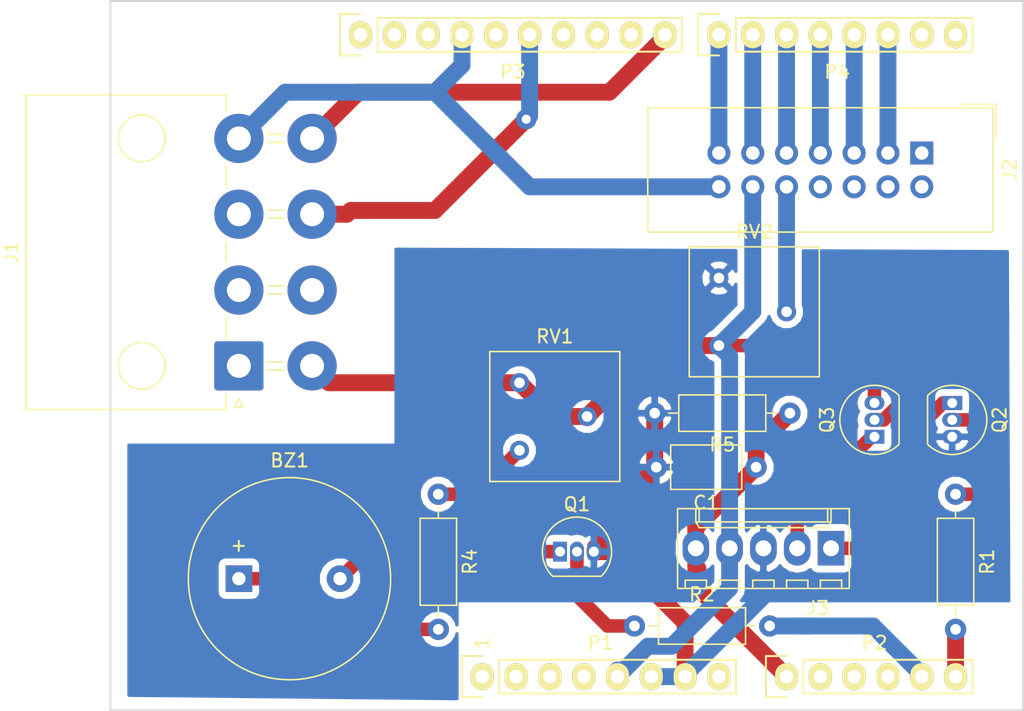
<source format=kicad_pcb>
(kicad_pcb (version 20171130) (host pcbnew 5.0.2+dfsg1-1)

  (general
    (thickness 1.6)
    (drawings 13)
    (tracks 110)
    (zones 0)
    (modules 18)
    (nets 48)
  )

  (page A4)
  (title_block
    (date "lun. 30 mars 2015")
  )

  (layers
    (0 F.Cu signal)
    (31 B.Cu signal)
    (32 B.Adhes user)
    (33 F.Adhes user)
    (34 B.Paste user)
    (35 F.Paste user)
    (36 B.SilkS user)
    (37 F.SilkS user)
    (38 B.Mask user)
    (39 F.Mask user)
    (40 Dwgs.User user)
    (41 Cmts.User user)
    (42 Eco1.User user)
    (43 Eco2.User user)
    (44 Edge.Cuts user)
    (45 Margin user)
    (46 B.CrtYd user)
    (47 F.CrtYd user)
    (48 B.Fab user)
    (49 F.Fab user)
  )

  (setup
    (last_trace_width 1.27)
    (user_trace_width 1.016)
    (user_trace_width 1.27)
    (trace_clearance 0.2)
    (zone_clearance 0.508)
    (zone_45_only no)
    (trace_min 0.2)
    (segment_width 0.15)
    (edge_width 0.15)
    (via_size 0.6)
    (via_drill 0.4)
    (via_min_size 0.4)
    (via_min_drill 0.3)
    (user_via 1.524 0.6858)
    (uvia_size 0.3)
    (uvia_drill 0.1)
    (uvias_allowed no)
    (uvia_min_size 0.2)
    (uvia_min_drill 0.1)
    (pcb_text_width 0.3)
    (pcb_text_size 1.5 1.5)
    (mod_edge_width 0.15)
    (mod_text_size 1 1)
    (mod_text_width 0.15)
    (pad_size 4.064 4.064)
    (pad_drill 3.048)
    (pad_to_mask_clearance 0)
    (solder_mask_min_width 0.25)
    (aux_axis_origin 110.998 126.365)
    (grid_origin 110.998 126.365)
    (visible_elements 7FFFFFFF)
    (pcbplotparams
      (layerselection 0x00030_80000001)
      (usegerberextensions false)
      (usegerberattributes false)
      (usegerberadvancedattributes false)
      (creategerberjobfile false)
      (excludeedgelayer true)
      (linewidth 0.100000)
      (plotframeref false)
      (viasonmask false)
      (mode 1)
      (useauxorigin false)
      (hpglpennumber 1)
      (hpglpenspeed 20)
      (hpglpendiameter 15.000000)
      (psnegative false)
      (psa4output false)
      (plotreference true)
      (plotvalue true)
      (plotinvisibletext false)
      (padsonsilk false)
      (subtractmaskfromsilk false)
      (outputformat 1)
      (mirror false)
      (drillshape 1)
      (scaleselection 1)
      (outputdirectory ""))
  )

  (net 0 "")
  (net 1 /IOREF)
  (net 2 /Reset)
  (net 3 GND)
  (net 4 /Vin)
  (net 5 /A0)
  (net 6 /A1)
  (net 7 /A2)
  (net 8 /A3)
  (net 9 /AREF)
  (net 10 "/A4(SDA)")
  (net 11 "/A5(SCL)")
  (net 12 "/9(**)")
  (net 13 /8)
  (net 14 /7)
  (net 15 "/6(**)")
  (net 16 "/5(**)")
  (net 17 /4)
  (net 18 "/3(**)")
  (net 19 /2)
  (net 20 "/1(Tx)")
  (net 21 "/0(Rx)")
  (net 22 "/13(SCK)")
  (net 23 "/10(**/SS)")
  (net 24 "Net-(P1-Pad1)")
  (net 25 +3V3)
  (net 26 "/12(MISO)")
  (net 27 "/11(**/MOSI)")
  (net 28 "Net-(BZ1-Pad1)")
  (net 29 "Net-(BZ1-Pad2)")
  (net 30 VCC)
  (net 31 "Net-(J2-Pad2)")
  (net 32 "Net-(J2-Pad6)")
  (net 33 "Net-(J2-Pad8)")
  (net 34 "Net-(J2-Pad10)")
  (net 35 "Net-(J3-Pad1)")
  (net 36 "Net-(Q1-Pad2)")
  (net 37 "Net-(Q2-Pad2)")
  (net 38 "Net-(R4-Pad1)")
  (net 39 /A4)
  (net 40 /A5)
  (net 41 "Net-(J1-Pad6)")
  (net 42 "Net-(J1-Pad1)")
  (net 43 "Net-(J1-Pad2)")
  (net 44 "Net-(J2-Pad1)")
  (net 45 "Net-(J2-Pad4)")
  (net 46 "Net-(J1-Pad3)")
  (net 47 "Net-(J3-Pad2)")

  (net_class Default "This is the default net class."
    (clearance 0.2)
    (trace_width 0.25)
    (via_dia 0.6)
    (via_drill 0.4)
    (uvia_dia 0.3)
    (uvia_drill 0.1)
    (add_net +3V3)
    (add_net "/0(Rx)")
    (add_net "/1(Tx)")
    (add_net "/10(**/SS)")
    (add_net "/11(**/MOSI)")
    (add_net "/12(MISO)")
    (add_net "/13(SCK)")
    (add_net /2)
    (add_net "/3(**)")
    (add_net /4)
    (add_net "/5(**)")
    (add_net "/6(**)")
    (add_net /7)
    (add_net /8)
    (add_net "/9(**)")
    (add_net /A0)
    (add_net /A1)
    (add_net /A2)
    (add_net /A3)
    (add_net /A4)
    (add_net "/A4(SDA)")
    (add_net /A5)
    (add_net "/A5(SCL)")
    (add_net /AREF)
    (add_net /IOREF)
    (add_net /Reset)
    (add_net /Vin)
    (add_net GND)
    (add_net "Net-(BZ1-Pad1)")
    (add_net "Net-(BZ1-Pad2)")
    (add_net "Net-(J1-Pad1)")
    (add_net "Net-(J1-Pad2)")
    (add_net "Net-(J1-Pad3)")
    (add_net "Net-(J1-Pad6)")
    (add_net "Net-(J2-Pad1)")
    (add_net "Net-(J2-Pad10)")
    (add_net "Net-(J2-Pad2)")
    (add_net "Net-(J2-Pad4)")
    (add_net "Net-(J2-Pad6)")
    (add_net "Net-(J2-Pad8)")
    (add_net "Net-(J3-Pad1)")
    (add_net "Net-(J3-Pad2)")
    (add_net "Net-(P1-Pad1)")
    (add_net "Net-(Q1-Pad2)")
    (add_net "Net-(Q2-Pad2)")
    (add_net "Net-(R4-Pad1)")
    (add_net VCC)
  )

  (module Package_TO_SOT_THT:TO-92_Inline (layer F.Cu) (tedit 5A1DD157) (tstamp 5D65A734)
    (at 174.244 103.251 270)
    (descr "TO-92 leads in-line, narrow, oval pads, drill 0.75mm (see NXP sot054_po.pdf)")
    (tags "to-92 sc-43 sc-43a sot54 PA33 transistor")
    (path /5D5A183A)
    (fp_text reference Q2 (at 1.27 -3.56 270) (layer F.SilkS)
      (effects (font (size 1 1) (thickness 0.15)))
    )
    (fp_text value BC548 (at 1.27 2.79 270) (layer F.Fab)
      (effects (font (size 1 1) (thickness 0.15)))
    )
    (fp_arc (start 1.27 0) (end 1.27 -2.6) (angle 135) (layer F.SilkS) (width 0.12))
    (fp_arc (start 1.27 0) (end 1.27 -2.48) (angle -135) (layer F.Fab) (width 0.1))
    (fp_arc (start 1.27 0) (end 1.27 -2.6) (angle -135) (layer F.SilkS) (width 0.12))
    (fp_arc (start 1.27 0) (end 1.27 -2.48) (angle 135) (layer F.Fab) (width 0.1))
    (fp_line (start 4 2.01) (end -1.46 2.01) (layer F.CrtYd) (width 0.05))
    (fp_line (start 4 2.01) (end 4 -2.73) (layer F.CrtYd) (width 0.05))
    (fp_line (start -1.46 -2.73) (end -1.46 2.01) (layer F.CrtYd) (width 0.05))
    (fp_line (start -1.46 -2.73) (end 4 -2.73) (layer F.CrtYd) (width 0.05))
    (fp_line (start -0.5 1.75) (end 3 1.75) (layer F.Fab) (width 0.1))
    (fp_line (start -0.53 1.85) (end 3.07 1.85) (layer F.SilkS) (width 0.12))
    (fp_text user %R (at 1.27 -3.56 270) (layer F.Fab)
      (effects (font (size 1 1) (thickness 0.15)))
    )
    (pad 1 thru_hole rect (at 0 0 270) (size 1.05 1.5) (drill 0.75) (layers *.Cu *.Mask)
      (net 35 "Net-(J3-Pad1)"))
    (pad 3 thru_hole oval (at 2.54 0 270) (size 1.05 1.5) (drill 0.75) (layers *.Cu *.Mask)
      (net 3 GND))
    (pad 2 thru_hole oval (at 1.27 0 270) (size 1.05 1.5) (drill 0.75) (layers *.Cu *.Mask)
      (net 37 "Net-(Q2-Pad2)"))
    (model ${KISYS3DMOD}/Package_TO_SOT_THT.3dshapes/TO-92_Inline.wrl
      (at (xyz 0 0 0))
      (scale (xyz 1 1 1))
      (rotate (xyz 0 0 0))
    )
  )

  (module Potentiometer_THT:Potentiometer_Bourns_3386F_Vertical (layer F.Cu) (tedit 5D583082) (tstamp 5D65A7BE)
    (at 156.718 98.933)
    (descr "Potentiometer, vertical, Bourns 3386F, https://www.bourns.com/pdfs/3386.pdf")
    (tags "Potentiometer vertical Bourns 3386F")
    (path /5D58637E)
    (fp_text reference RV2 (at 2.655 -8.555) (layer F.SilkS)
      (effects (font (size 1 1) (thickness 0.15)))
    )
    (fp_text value 10k (at 2.655 3.475) (layer F.Fab)
      (effects (font (size 1 1) (thickness 0.15)))
    )
    (fp_text user %R (at -1.11 -2.54 90) (layer F.Fab)
      (effects (font (size 1 1) (thickness 0.15)))
    )
    (fp_line (start 7.67 -7.56) (end -2.36 -7.56) (layer F.CrtYd) (width 0.05))
    (fp_line (start 7.67 2.48) (end 7.67 -7.56) (layer F.CrtYd) (width 0.05))
    (fp_line (start -2.36 2.48) (end 7.67 2.48) (layer F.CrtYd) (width 0.05))
    (fp_line (start -2.36 -7.56) (end -2.36 2.48) (layer F.CrtYd) (width 0.05))
    (fp_line (start 7.54 -7.425) (end 7.54 2.345) (layer F.SilkS) (width 0.12))
    (fp_line (start -2.23 -7.425) (end -2.23 2.345) (layer F.SilkS) (width 0.12))
    (fp_line (start -2.23 2.345) (end 7.54 2.345) (layer F.SilkS) (width 0.12))
    (fp_line (start -2.23 -7.425) (end 7.54 -7.425) (layer F.SilkS) (width 0.12))
    (fp_line (start 1.781 -0.98) (end 1.781 -4.099) (layer F.Fab) (width 0.1))
    (fp_line (start 1.781 -0.98) (end 1.781 -4.099) (layer F.Fab) (width 0.1))
    (fp_line (start 7.42 -7.305) (end -2.11 -7.305) (layer F.Fab) (width 0.1))
    (fp_line (start 7.42 2.225) (end 7.42 -7.305) (layer F.Fab) (width 0.1))
    (fp_line (start -2.11 2.225) (end 7.42 2.225) (layer F.Fab) (width 0.1))
    (fp_line (start -2.11 -7.305) (end -2.11 2.225) (layer F.Fab) (width 0.1))
    (fp_circle (center 1.781 -2.54) (end 3.356 -2.54) (layer F.Fab) (width 0.1))
    (pad 1 thru_hole circle (at 0 0) (size 1.44 1.44) (drill 0.8) (layers *.Cu *.Mask)
      (net 30 VCC))
    (pad 2 thru_hole circle (at 5.08 -2.54) (size 1.44 1.44) (drill 0.8) (layers *.Cu *.Mask)
      (net 34 "Net-(J2-Pad10)"))
    (pad 3 thru_hole circle (at 0 -5.08) (size 1.44 1.44) (drill 0.8) (layers *.Cu *.Mask)
      (net 3 GND))
    (model ${KISYS3DMOD}/Potentiometer_THT.3dshapes/Potentiometer_Bourns_3386F_Vertical.wrl
      (at (xyz 0 0 0))
      (scale (xyz 1 1 1))
      (rotate (xyz 0 0 0))
    )
  )

  (module Socket_Arduino_Uno:Socket_Strip_Arduino_1x08 locked (layer F.Cu) (tedit 552168D2) (tstamp 551AF9EA)
    (at 138.938 123.825)
    (descr "Through hole socket strip")
    (tags "socket strip")
    (path /56D70129)
    (fp_text reference P1 (at 8.89 -2.54) (layer F.SilkS)
      (effects (font (size 1 1) (thickness 0.15)))
    )
    (fp_text value Power (at 8.89 -4.064) (layer F.Fab)
      (effects (font (size 1 1) (thickness 0.15)))
    )
    (fp_line (start -1.75 -1.75) (end -1.75 1.75) (layer F.CrtYd) (width 0.05))
    (fp_line (start 19.55 -1.75) (end 19.55 1.75) (layer F.CrtYd) (width 0.05))
    (fp_line (start -1.75 -1.75) (end 19.55 -1.75) (layer F.CrtYd) (width 0.05))
    (fp_line (start -1.75 1.75) (end 19.55 1.75) (layer F.CrtYd) (width 0.05))
    (fp_line (start 1.27 1.27) (end 19.05 1.27) (layer F.SilkS) (width 0.15))
    (fp_line (start 19.05 1.27) (end 19.05 -1.27) (layer F.SilkS) (width 0.15))
    (fp_line (start 19.05 -1.27) (end 1.27 -1.27) (layer F.SilkS) (width 0.15))
    (fp_line (start -1.55 1.55) (end 0 1.55) (layer F.SilkS) (width 0.15))
    (fp_line (start 1.27 1.27) (end 1.27 -1.27) (layer F.SilkS) (width 0.15))
    (fp_line (start 0 -1.55) (end -1.55 -1.55) (layer F.SilkS) (width 0.15))
    (fp_line (start -1.55 -1.55) (end -1.55 1.55) (layer F.SilkS) (width 0.15))
    (pad 1 thru_hole oval (at 0 0) (size 1.7272 2.032) (drill 1.016) (layers *.Cu *.Mask F.SilkS)
      (net 24 "Net-(P1-Pad1)"))
    (pad 2 thru_hole oval (at 2.54 0) (size 1.7272 2.032) (drill 1.016) (layers *.Cu *.Mask F.SilkS)
      (net 1 /IOREF))
    (pad 3 thru_hole oval (at 5.08 0) (size 1.7272 2.032) (drill 1.016) (layers *.Cu *.Mask F.SilkS)
      (net 2 /Reset))
    (pad 4 thru_hole oval (at 7.62 0) (size 1.7272 2.032) (drill 1.016) (layers *.Cu *.Mask F.SilkS)
      (net 25 +3V3))
    (pad 5 thru_hole oval (at 10.16 0) (size 1.7272 2.032) (drill 1.016) (layers *.Cu *.Mask F.SilkS)
      (net 30 VCC))
    (pad 6 thru_hole oval (at 12.7 0) (size 1.7272 2.032) (drill 1.016) (layers *.Cu *.Mask F.SilkS)
      (net 3 GND))
    (pad 7 thru_hole oval (at 15.24 0) (size 1.7272 2.032) (drill 1.016) (layers *.Cu *.Mask F.SilkS)
      (net 3 GND))
    (pad 8 thru_hole oval (at 17.78 0) (size 1.7272 2.032) (drill 1.016) (layers *.Cu *.Mask F.SilkS)
      (net 4 /Vin))
    (model ${KIPRJMOD}/Socket_Arduino_Uno.3dshapes/Socket_header_Arduino_1x08.wrl
      (offset (xyz 8.889999866485596 0 0))
      (scale (xyz 1 1 1))
      (rotate (xyz 0 0 180))
    )
  )

  (module Socket_Arduino_Uno:Socket_Strip_Arduino_1x06 locked (layer F.Cu) (tedit 552168D6) (tstamp 551AF9FF)
    (at 161.798 123.825)
    (descr "Through hole socket strip")
    (tags "socket strip")
    (path /56D70DD8)
    (fp_text reference P2 (at 6.604 -2.54) (layer F.SilkS)
      (effects (font (size 1 1) (thickness 0.15)))
    )
    (fp_text value Analog (at 6.604 -4.064) (layer F.Fab)
      (effects (font (size 1 1) (thickness 0.15)))
    )
    (fp_line (start -1.75 -1.75) (end -1.75 1.75) (layer F.CrtYd) (width 0.05))
    (fp_line (start 14.45 -1.75) (end 14.45 1.75) (layer F.CrtYd) (width 0.05))
    (fp_line (start -1.75 -1.75) (end 14.45 -1.75) (layer F.CrtYd) (width 0.05))
    (fp_line (start -1.75 1.75) (end 14.45 1.75) (layer F.CrtYd) (width 0.05))
    (fp_line (start 1.27 1.27) (end 13.97 1.27) (layer F.SilkS) (width 0.15))
    (fp_line (start 13.97 1.27) (end 13.97 -1.27) (layer F.SilkS) (width 0.15))
    (fp_line (start 13.97 -1.27) (end 1.27 -1.27) (layer F.SilkS) (width 0.15))
    (fp_line (start -1.55 1.55) (end 0 1.55) (layer F.SilkS) (width 0.15))
    (fp_line (start 1.27 1.27) (end 1.27 -1.27) (layer F.SilkS) (width 0.15))
    (fp_line (start 0 -1.55) (end -1.55 -1.55) (layer F.SilkS) (width 0.15))
    (fp_line (start -1.55 -1.55) (end -1.55 1.55) (layer F.SilkS) (width 0.15))
    (pad 1 thru_hole oval (at 0 0) (size 1.7272 2.032) (drill 1.016) (layers *.Cu *.Mask F.SilkS)
      (net 5 /A0))
    (pad 2 thru_hole oval (at 2.54 0) (size 1.7272 2.032) (drill 1.016) (layers *.Cu *.Mask F.SilkS)
      (net 6 /A1))
    (pad 3 thru_hole oval (at 5.08 0) (size 1.7272 2.032) (drill 1.016) (layers *.Cu *.Mask F.SilkS)
      (net 7 /A2))
    (pad 4 thru_hole oval (at 7.62 0) (size 1.7272 2.032) (drill 1.016) (layers *.Cu *.Mask F.SilkS)
      (net 8 /A3))
    (pad 5 thru_hole oval (at 10.16 0) (size 1.7272 2.032) (drill 1.016) (layers *.Cu *.Mask F.SilkS)
      (net 39 /A4))
    (pad 6 thru_hole oval (at 12.7 0) (size 1.7272 2.032) (drill 1.016) (layers *.Cu *.Mask F.SilkS)
      (net 40 /A5))
    (model ${KIPRJMOD}/Socket_Arduino_Uno.3dshapes/Socket_header_Arduino_1x06.wrl
      (offset (xyz 6.349999904632568 0 0))
      (scale (xyz 1 1 1))
      (rotate (xyz 0 0 180))
    )
  )

  (module Socket_Arduino_Uno:Socket_Strip_Arduino_1x10 locked (layer F.Cu) (tedit 552168BF) (tstamp 551AFA18)
    (at 129.794 75.565)
    (descr "Through hole socket strip")
    (tags "socket strip")
    (path /56D721E0)
    (fp_text reference P3 (at 11.43 2.794) (layer F.SilkS)
      (effects (font (size 1 1) (thickness 0.15)))
    )
    (fp_text value Digital (at 11.43 4.318) (layer F.Fab)
      (effects (font (size 1 1) (thickness 0.15)))
    )
    (fp_line (start -1.75 -1.75) (end -1.75 1.75) (layer F.CrtYd) (width 0.05))
    (fp_line (start 24.65 -1.75) (end 24.65 1.75) (layer F.CrtYd) (width 0.05))
    (fp_line (start -1.75 -1.75) (end 24.65 -1.75) (layer F.CrtYd) (width 0.05))
    (fp_line (start -1.75 1.75) (end 24.65 1.75) (layer F.CrtYd) (width 0.05))
    (fp_line (start 1.27 1.27) (end 24.13 1.27) (layer F.SilkS) (width 0.15))
    (fp_line (start 24.13 1.27) (end 24.13 -1.27) (layer F.SilkS) (width 0.15))
    (fp_line (start 24.13 -1.27) (end 1.27 -1.27) (layer F.SilkS) (width 0.15))
    (fp_line (start -1.55 1.55) (end 0 1.55) (layer F.SilkS) (width 0.15))
    (fp_line (start 1.27 1.27) (end 1.27 -1.27) (layer F.SilkS) (width 0.15))
    (fp_line (start 0 -1.55) (end -1.55 -1.55) (layer F.SilkS) (width 0.15))
    (fp_line (start -1.55 -1.55) (end -1.55 1.55) (layer F.SilkS) (width 0.15))
    (pad 1 thru_hole oval (at 0 0) (size 1.7272 2.032) (drill 1.016) (layers *.Cu *.Mask F.SilkS)
      (net 11 "/A5(SCL)"))
    (pad 2 thru_hole oval (at 2.54 0) (size 1.7272 2.032) (drill 1.016) (layers *.Cu *.Mask F.SilkS)
      (net 10 "/A4(SDA)"))
    (pad 3 thru_hole oval (at 5.08 0) (size 1.7272 2.032) (drill 1.016) (layers *.Cu *.Mask F.SilkS)
      (net 9 /AREF))
    (pad 4 thru_hole oval (at 7.62 0) (size 1.7272 2.032) (drill 1.016) (layers *.Cu *.Mask F.SilkS)
      (net 3 GND))
    (pad 5 thru_hole oval (at 10.16 0) (size 1.7272 2.032) (drill 1.016) (layers *.Cu *.Mask F.SilkS)
      (net 22 "/13(SCK)"))
    (pad 6 thru_hole oval (at 12.7 0) (size 1.7272 2.032) (drill 1.016) (layers *.Cu *.Mask F.SilkS)
      (net 26 "/12(MISO)"))
    (pad 7 thru_hole oval (at 15.24 0) (size 1.7272 2.032) (drill 1.016) (layers *.Cu *.Mask F.SilkS)
      (net 27 "/11(**/MOSI)"))
    (pad 8 thru_hole oval (at 17.78 0) (size 1.7272 2.032) (drill 1.016) (layers *.Cu *.Mask F.SilkS)
      (net 23 "/10(**/SS)"))
    (pad 9 thru_hole oval (at 20.32 0) (size 1.7272 2.032) (drill 1.016) (layers *.Cu *.Mask F.SilkS)
      (net 12 "/9(**)"))
    (pad 10 thru_hole oval (at 22.86 0) (size 1.7272 2.032) (drill 1.016) (layers *.Cu *.Mask F.SilkS)
      (net 13 /8))
    (model ${KIPRJMOD}/Socket_Arduino_Uno.3dshapes/Socket_header_Arduino_1x10.wrl
      (offset (xyz 11.42999982833862 0 0))
      (scale (xyz 1 1 1))
      (rotate (xyz 0 0 180))
    )
  )

  (module Socket_Arduino_Uno:Socket_Strip_Arduino_1x08 locked (layer F.Cu) (tedit 552168C7) (tstamp 551AFA2F)
    (at 156.718 75.565)
    (descr "Through hole socket strip")
    (tags "socket strip")
    (path /56D7164F)
    (fp_text reference P4 (at 8.89 2.794) (layer F.SilkS)
      (effects (font (size 1 1) (thickness 0.15)))
    )
    (fp_text value Digital (at 8.89 4.318) (layer F.Fab)
      (effects (font (size 1 1) (thickness 0.15)))
    )
    (fp_line (start -1.75 -1.75) (end -1.75 1.75) (layer F.CrtYd) (width 0.05))
    (fp_line (start 19.55 -1.75) (end 19.55 1.75) (layer F.CrtYd) (width 0.05))
    (fp_line (start -1.75 -1.75) (end 19.55 -1.75) (layer F.CrtYd) (width 0.05))
    (fp_line (start -1.75 1.75) (end 19.55 1.75) (layer F.CrtYd) (width 0.05))
    (fp_line (start 1.27 1.27) (end 19.05 1.27) (layer F.SilkS) (width 0.15))
    (fp_line (start 19.05 1.27) (end 19.05 -1.27) (layer F.SilkS) (width 0.15))
    (fp_line (start 19.05 -1.27) (end 1.27 -1.27) (layer F.SilkS) (width 0.15))
    (fp_line (start -1.55 1.55) (end 0 1.55) (layer F.SilkS) (width 0.15))
    (fp_line (start 1.27 1.27) (end 1.27 -1.27) (layer F.SilkS) (width 0.15))
    (fp_line (start 0 -1.55) (end -1.55 -1.55) (layer F.SilkS) (width 0.15))
    (fp_line (start -1.55 -1.55) (end -1.55 1.55) (layer F.SilkS) (width 0.15))
    (pad 1 thru_hole oval (at 0 0) (size 1.7272 2.032) (drill 1.016) (layers *.Cu *.Mask F.SilkS)
      (net 14 /7))
    (pad 2 thru_hole oval (at 2.54 0) (size 1.7272 2.032) (drill 1.016) (layers *.Cu *.Mask F.SilkS)
      (net 15 "/6(**)"))
    (pad 3 thru_hole oval (at 5.08 0) (size 1.7272 2.032) (drill 1.016) (layers *.Cu *.Mask F.SilkS)
      (net 16 "/5(**)"))
    (pad 4 thru_hole oval (at 7.62 0) (size 1.7272 2.032) (drill 1.016) (layers *.Cu *.Mask F.SilkS)
      (net 17 /4))
    (pad 5 thru_hole oval (at 10.16 0) (size 1.7272 2.032) (drill 1.016) (layers *.Cu *.Mask F.SilkS)
      (net 18 "/3(**)"))
    (pad 6 thru_hole oval (at 12.7 0) (size 1.7272 2.032) (drill 1.016) (layers *.Cu *.Mask F.SilkS)
      (net 19 /2))
    (pad 7 thru_hole oval (at 15.24 0) (size 1.7272 2.032) (drill 1.016) (layers *.Cu *.Mask F.SilkS)
      (net 20 "/1(Tx)"))
    (pad 8 thru_hole oval (at 17.78 0) (size 1.7272 2.032) (drill 1.016) (layers *.Cu *.Mask F.SilkS)
      (net 21 "/0(Rx)"))
    (model ${KIPRJMOD}/Socket_Arduino_Uno.3dshapes/Socket_header_Arduino_1x08.wrl
      (offset (xyz 8.889999866485596 0 0))
      (scale (xyz 1 1 1))
      (rotate (xyz 0 0 180))
    )
  )

  (module Buzzer_Beeper:Buzzer_15x7.5RM7.6 (layer F.Cu) (tedit 5A030281) (tstamp 5D65A664)
    (at 120.65 116.459)
    (descr "Generic Buzzer, D15mm height 7.5mm with RM7.6mm")
    (tags buzzer)
    (path /5D57AC02)
    (fp_text reference BZ1 (at 3.81 -8.89) (layer F.SilkS)
      (effects (font (size 1 1) (thickness 0.15)))
    )
    (fp_text value Buzzer (at 3.81 8.89) (layer F.Fab)
      (effects (font (size 1 1) (thickness 0.15)))
    )
    (fp_text user + (at -0.01 -2.54) (layer F.Fab)
      (effects (font (size 1 1) (thickness 0.15)))
    )
    (fp_text user + (at -0.01 -2.54) (layer F.SilkS)
      (effects (font (size 1 1) (thickness 0.15)))
    )
    (fp_text user %R (at 3.8 -4) (layer F.Fab)
      (effects (font (size 1 1) (thickness 0.15)))
    )
    (fp_circle (center 3.8 0) (end 11.55 0) (layer F.CrtYd) (width 0.05))
    (fp_circle (center 3.8 0) (end 11.3 0) (layer F.Fab) (width 0.1))
    (fp_circle (center 3.8 0) (end 4.8 0) (layer F.Fab) (width 0.1))
    (fp_circle (center 3.8 0) (end 11.4 0) (layer F.SilkS) (width 0.12))
    (pad 1 thru_hole rect (at 0 0) (size 2 2) (drill 1) (layers *.Cu *.Mask)
      (net 28 "Net-(BZ1-Pad1)"))
    (pad 2 thru_hole circle (at 7.6 0) (size 2 2) (drill 1) (layers *.Cu *.Mask)
      (net 29 "Net-(BZ1-Pad2)"))
    (model ${KISYS3DMOD}/Buzzer_Beeper.3dshapes/Buzzer_15x7.5RM7.6.wrl
      (at (xyz 0 0 0))
      (scale (xyz 1 1 1))
      (rotate (xyz 0 0 0))
    )
  )

  (module Capacitor_THT:C_Axial_L5.1mm_D3.1mm_P7.50mm_Horizontal (layer F.Cu) (tedit 5AE50EF0) (tstamp 5D65A67B)
    (at 159.512 108.077 180)
    (descr "C, Axial series, Axial, Horizontal, pin pitch=7.5mm, , length*diameter=5.1*3.1mm^2, http://www.vishay.com/docs/45231/arseries.pdf")
    (tags "C Axial series Axial Horizontal pin pitch 7.5mm  length 5.1mm diameter 3.1mm")
    (path /5D5B30AC)
    (fp_text reference C1 (at 3.75 -2.67 180) (layer F.SilkS)
      (effects (font (size 1 1) (thickness 0.15)))
    )
    (fp_text value 0.01u (at 3.75 2.67 180) (layer F.Fab)
      (effects (font (size 1 1) (thickness 0.15)))
    )
    (fp_line (start 1.2 -1.55) (end 1.2 1.55) (layer F.Fab) (width 0.1))
    (fp_line (start 1.2 1.55) (end 6.3 1.55) (layer F.Fab) (width 0.1))
    (fp_line (start 6.3 1.55) (end 6.3 -1.55) (layer F.Fab) (width 0.1))
    (fp_line (start 6.3 -1.55) (end 1.2 -1.55) (layer F.Fab) (width 0.1))
    (fp_line (start 0 0) (end 1.2 0) (layer F.Fab) (width 0.1))
    (fp_line (start 7.5 0) (end 6.3 0) (layer F.Fab) (width 0.1))
    (fp_line (start 1.08 -1.67) (end 1.08 1.67) (layer F.SilkS) (width 0.12))
    (fp_line (start 1.08 1.67) (end 6.42 1.67) (layer F.SilkS) (width 0.12))
    (fp_line (start 6.42 1.67) (end 6.42 -1.67) (layer F.SilkS) (width 0.12))
    (fp_line (start 6.42 -1.67) (end 1.08 -1.67) (layer F.SilkS) (width 0.12))
    (fp_line (start 1.04 0) (end 1.08 0) (layer F.SilkS) (width 0.12))
    (fp_line (start 6.46 0) (end 6.42 0) (layer F.SilkS) (width 0.12))
    (fp_line (start -1.05 -1.8) (end -1.05 1.8) (layer F.CrtYd) (width 0.05))
    (fp_line (start -1.05 1.8) (end 8.55 1.8) (layer F.CrtYd) (width 0.05))
    (fp_line (start 8.55 1.8) (end 8.55 -1.8) (layer F.CrtYd) (width 0.05))
    (fp_line (start 8.55 -1.8) (end -1.05 -1.8) (layer F.CrtYd) (width 0.05))
    (fp_text user %R (at 3.556 -0.254 180) (layer F.Fab)
      (effects (font (size 1 1) (thickness 0.15)))
    )
    (pad 1 thru_hole circle (at 0 0 180) (size 1.6 1.6) (drill 0.8) (layers *.Cu *.Mask)
      (net 5 /A0))
    (pad 2 thru_hole oval (at 7.5 0 180) (size 1.6 1.6) (drill 0.8) (layers *.Cu *.Mask)
      (net 3 GND))
    (model ${KISYS3DMOD}/Capacitor_THT.3dshapes/C_Axial_L5.1mm_D3.1mm_P7.50mm_Horizontal.wrl
      (at (xyz 0 0 0))
      (scale (xyz 1 1 1))
      (rotate (xyz 0 0 0))
    )
  )

  (module Connector_Molex:Molex_Mega-Fit_76825-0008_2x04_P5.70mm_Horizontal (layer F.Cu) (tedit 5B780151) (tstamp 5D65A6AA)
    (at 120.65 100.457 90)
    (descr "Molex Mega-Fit Power Connectors, 76825-0008 (compatible alternatives: 172064-0008, 172064-1008), 4 Pins per row (http://www.molex.com/pdm_docs/sd/1720640002_sd.pdf), generated with kicad-footprint-generator")
    (tags "connector Molex Mega-Fit top entry")
    (path /5D5DF8C3)
    (fp_text reference J1 (at 8.55 -17.1 90) (layer F.SilkS)
      (effects (font (size 1 1) (thickness 0.15)))
    )
    (fp_text value Conn_02x04_Counter_Clockwise (at 8.55 8.55 90) (layer F.Fab)
      (effects (font (size 1 1) (thickness 0.15)))
    )
    (fp_circle (center 0 -7.3) (end 1.76 -7.3) (layer F.SilkS) (width 0.12))
    (fp_circle (center 17.1 -7.3) (end 18.86 -7.3) (layer F.SilkS) (width 0.12))
    (fp_line (start -3.175 -15.9) (end -3.175 -1.1) (layer F.Fab) (width 0.1))
    (fp_line (start -3.175 -1.1) (end 20.275 -1.1) (layer F.Fab) (width 0.1))
    (fp_line (start 20.275 -1.1) (end 20.275 -15.9) (layer F.Fab) (width 0.1))
    (fp_line (start 20.275 -15.9) (end -3.175 -15.9) (layer F.Fab) (width 0.1))
    (fp_line (start 8.55 -16.01) (end -3.285 -16.01) (layer F.SilkS) (width 0.12))
    (fp_line (start -3.285 -16.01) (end -3.285 -0.99) (layer F.SilkS) (width 0.12))
    (fp_line (start -3.285 -0.99) (end -2.11 -0.99) (layer F.SilkS) (width 0.12))
    (fp_line (start 8.55 -16.01) (end 20.385 -16.01) (layer F.SilkS) (width 0.12))
    (fp_line (start 20.385 -16.01) (end 20.385 -0.99) (layer F.SilkS) (width 0.12))
    (fp_line (start 20.385 -0.99) (end 19.21 -0.99) (layer F.SilkS) (width 0.12))
    (fp_line (start 2.11 -0.99) (end 3.59 -0.99) (layer F.SilkS) (width 0.12))
    (fp_line (start 7.81 -0.99) (end 9.29 -0.99) (layer F.SilkS) (width 0.12))
    (fp_line (start 13.51 -0.99) (end 14.99 -0.99) (layer F.SilkS) (width 0.12))
    (fp_line (start -0.3 2.11) (end -0.3 3.39) (layer F.SilkS) (width 0.12))
    (fp_line (start 0.3 2.11) (end 0.3 3.39) (layer F.SilkS) (width 0.12))
    (fp_line (start 5.4 2.11) (end 5.4 3.39) (layer F.SilkS) (width 0.12))
    (fp_line (start 6 2.11) (end 6 3.39) (layer F.SilkS) (width 0.12))
    (fp_line (start 11.1 2.11) (end 11.1 3.39) (layer F.SilkS) (width 0.12))
    (fp_line (start 11.7 2.11) (end 11.7 3.39) (layer F.SilkS) (width 0.12))
    (fp_line (start 16.8 2.11) (end 16.8 3.39) (layer F.SilkS) (width 0.12))
    (fp_line (start 17.4 2.11) (end 17.4 3.39) (layer F.SilkS) (width 0.12))
    (fp_line (start -2.5 0) (end -3.1 0.3) (layer F.SilkS) (width 0.12))
    (fp_line (start -3.1 0.3) (end -3.1 -0.3) (layer F.SilkS) (width 0.12))
    (fp_line (start -3.1 -0.3) (end -2.5 0) (layer F.SilkS) (width 0.12))
    (fp_line (start -1 -1.1) (end 0 -2.514214) (layer F.Fab) (width 0.1))
    (fp_line (start 0 -2.514214) (end 1 -1.1) (layer F.Fab) (width 0.1))
    (fp_line (start -3.67 -16.4) (end -3.67 7.85) (layer F.CrtYd) (width 0.05))
    (fp_line (start -3.67 7.85) (end 20.78 7.85) (layer F.CrtYd) (width 0.05))
    (fp_line (start 20.78 7.85) (end 20.78 -16.4) (layer F.CrtYd) (width 0.05))
    (fp_line (start 20.78 -16.4) (end -3.67 -16.4) (layer F.CrtYd) (width 0.05))
    (fp_text user %R (at 8.55 -15.2 90) (layer F.Fab)
      (effects (font (size 1 1) (thickness 0.15)))
    )
    (pad 1 thru_hole roundrect (at 0 0 90) (size 3.7 3.7) (drill 1.8) (layers *.Cu *.Mask) (roundrect_rratio 0.067568)
      (net 42 "Net-(J1-Pad1)"))
    (pad 2 thru_hole circle (at 5.7 0 90) (size 3.7 3.7) (drill 1.8) (layers *.Cu *.Mask)
      (net 43 "Net-(J1-Pad2)"))
    (pad 3 thru_hole circle (at 11.4 0 90) (size 3.7 3.7) (drill 1.8) (layers *.Cu *.Mask)
      (net 46 "Net-(J1-Pad3)"))
    (pad 4 thru_hole circle (at 17.1 0 90) (size 3.7 3.7) (drill 1.8) (layers *.Cu *.Mask)
      (net 3 GND))
    (pad 5 thru_hole circle (at 0 5.5 90) (size 3.7 3.7) (drill 1.8) (layers *.Cu *.Mask)
      (net 30 VCC))
    (pad 6 thru_hole circle (at 5.7 5.5 90) (size 3.7 3.7) (drill 1.8) (layers *.Cu *.Mask)
      (net 41 "Net-(J1-Pad6)"))
    (pad 7 thru_hole circle (at 11.4 5.5 90) (size 3.7 3.7) (drill 1.8) (layers *.Cu *.Mask)
      (net 26 "/12(MISO)"))
    (pad 8 thru_hole circle (at 17.1 5.5 90) (size 3.7 3.7) (drill 1.8) (layers *.Cu *.Mask)
      (net 13 /8))
    (pad "" np_thru_hole circle (at 0 -7.3 90) (size 3 3) (drill 3) (layers *.Cu *.Mask))
    (pad "" np_thru_hole circle (at 17.1 -7.3 90) (size 3 3) (drill 3) (layers *.Cu *.Mask))
    (model ${KISYS3DMOD}/Connector_Molex.3dshapes/Molex_Mega-Fit_76825-0008_2x04_P5.70mm_Horizontal.wrl
      (at (xyz 0 0 0))
      (scale (xyz 1 1 1))
      (rotate (xyz 0 0 0))
    )
  )

  (module Connector_IDC:IDC-Header_2x07_P2.54mm_Vertical (layer F.Cu) (tedit 59DE0420) (tstamp 5D65E266)
    (at 171.958 84.455 270)
    (descr "Through hole straight IDC box header, 2x07, 2.54mm pitch, double rows")
    (tags "Through hole IDC box header THT 2x07 2.54mm double row")
    (path /5D5834DB)
    (fp_text reference J2 (at 1.27 -6.604 270) (layer F.SilkS)
      (effects (font (size 1 1) (thickness 0.15)))
    )
    (fp_text value Conn_01x14_Female (at 1.27 21.844 270) (layer F.Fab)
      (effects (font (size 1 1) (thickness 0.15)))
    )
    (fp_text user %R (at 1.27 7.62 270) (layer F.Fab)
      (effects (font (size 1 1) (thickness 0.15)))
    )
    (fp_line (start 5.695 -5.1) (end 5.695 20.34) (layer F.Fab) (width 0.1))
    (fp_line (start 5.145 -4.56) (end 5.145 19.78) (layer F.Fab) (width 0.1))
    (fp_line (start -3.155 -5.1) (end -3.155 20.34) (layer F.Fab) (width 0.1))
    (fp_line (start -2.605 -4.56) (end -2.605 5.37) (layer F.Fab) (width 0.1))
    (fp_line (start -2.605 9.87) (end -2.605 19.78) (layer F.Fab) (width 0.1))
    (fp_line (start -2.605 5.37) (end -3.155 5.37) (layer F.Fab) (width 0.1))
    (fp_line (start -2.605 9.87) (end -3.155 9.87) (layer F.Fab) (width 0.1))
    (fp_line (start 5.695 -5.1) (end -3.155 -5.1) (layer F.Fab) (width 0.1))
    (fp_line (start 5.145 -4.56) (end -2.605 -4.56) (layer F.Fab) (width 0.1))
    (fp_line (start 5.695 20.34) (end -3.155 20.34) (layer F.Fab) (width 0.1))
    (fp_line (start 5.145 19.78) (end -2.605 19.78) (layer F.Fab) (width 0.1))
    (fp_line (start 5.695 -5.1) (end 5.145 -4.56) (layer F.Fab) (width 0.1))
    (fp_line (start 5.695 20.34) (end 5.145 19.78) (layer F.Fab) (width 0.1))
    (fp_line (start -3.155 -5.1) (end -2.605 -4.56) (layer F.Fab) (width 0.1))
    (fp_line (start -3.155 20.34) (end -2.605 19.78) (layer F.Fab) (width 0.1))
    (fp_line (start 5.95 -5.35) (end 5.95 20.59) (layer F.CrtYd) (width 0.05))
    (fp_line (start 5.95 20.59) (end -3.41 20.59) (layer F.CrtYd) (width 0.05))
    (fp_line (start -3.41 20.59) (end -3.41 -5.35) (layer F.CrtYd) (width 0.05))
    (fp_line (start -3.41 -5.35) (end 5.95 -5.35) (layer F.CrtYd) (width 0.05))
    (fp_line (start 5.945 -5.35) (end 5.945 20.59) (layer F.SilkS) (width 0.12))
    (fp_line (start 5.945 20.59) (end -3.405 20.59) (layer F.SilkS) (width 0.12))
    (fp_line (start -3.405 20.59) (end -3.405 -5.35) (layer F.SilkS) (width 0.12))
    (fp_line (start -3.405 -5.35) (end 5.945 -5.35) (layer F.SilkS) (width 0.12))
    (fp_line (start -3.655 -5.6) (end -3.655 -3.06) (layer F.SilkS) (width 0.12))
    (fp_line (start -3.655 -5.6) (end -1.115 -5.6) (layer F.SilkS) (width 0.12))
    (pad 1 thru_hole rect (at 0 0 270) (size 1.7272 1.7272) (drill 1.016) (layers *.Cu *.Mask)
      (net 44 "Net-(J2-Pad1)"))
    (pad 2 thru_hole oval (at 2.54 0 270) (size 1.7272 1.7272) (drill 1.016) (layers *.Cu *.Mask)
      (net 31 "Net-(J2-Pad2)"))
    (pad 3 thru_hole oval (at 0 2.54 270) (size 1.7272 1.7272) (drill 1.016) (layers *.Cu *.Mask)
      (net 19 /2))
    (pad 4 thru_hole oval (at 2.54 2.54 270) (size 1.7272 1.7272) (drill 1.016) (layers *.Cu *.Mask)
      (net 45 "Net-(J2-Pad4)"))
    (pad 5 thru_hole oval (at 0 5.08 270) (size 1.7272 1.7272) (drill 1.016) (layers *.Cu *.Mask)
      (net 18 "/3(**)"))
    (pad 6 thru_hole oval (at 2.54 5.08 270) (size 1.7272 1.7272) (drill 1.016) (layers *.Cu *.Mask)
      (net 32 "Net-(J2-Pad6)"))
    (pad 7 thru_hole oval (at 0 7.62 270) (size 1.7272 1.7272) (drill 1.016) (layers *.Cu *.Mask)
      (net 17 /4))
    (pad 8 thru_hole oval (at 2.54 7.62 270) (size 1.7272 1.7272) (drill 1.016) (layers *.Cu *.Mask)
      (net 33 "Net-(J2-Pad8)"))
    (pad 9 thru_hole oval (at 0 10.16 270) (size 1.7272 1.7272) (drill 1.016) (layers *.Cu *.Mask)
      (net 16 "/5(**)"))
    (pad 10 thru_hole oval (at 2.54 10.16 270) (size 1.7272 1.7272) (drill 1.016) (layers *.Cu *.Mask)
      (net 34 "Net-(J2-Pad10)"))
    (pad 11 thru_hole oval (at 0 12.7 270) (size 1.7272 1.7272) (drill 1.016) (layers *.Cu *.Mask)
      (net 15 "/6(**)"))
    (pad 12 thru_hole oval (at 2.54 12.7 270) (size 1.7272 1.7272) (drill 1.016) (layers *.Cu *.Mask)
      (net 30 VCC))
    (pad 13 thru_hole oval (at 0 15.24 270) (size 1.7272 1.7272) (drill 1.016) (layers *.Cu *.Mask)
      (net 14 /7))
    (pad 14 thru_hole oval (at 2.54 15.24 270) (size 1.7272 1.7272) (drill 1.016) (layers *.Cu *.Mask)
      (net 3 GND))
    (model ${KISYS3DMOD}/Connector_IDC.3dshapes/IDC-Header_2x07_P2.54mm_Vertical.wrl
      (at (xyz 0 0 0))
      (scale (xyz 1 1 1))
      (rotate (xyz 0 0 0))
    )
  )

  (module Package_TO_SOT_THT:TO-92_Inline (layer F.Cu) (tedit 5A1DD157) (tstamp 5D65A722)
    (at 144.78 114.427)
    (descr "TO-92 leads in-line, narrow, oval pads, drill 0.75mm (see NXP sot054_po.pdf)")
    (tags "to-92 sc-43 sc-43a sot54 PA33 transistor")
    (path /5D5A16D3)
    (fp_text reference Q1 (at 1.27 -3.56) (layer F.SilkS)
      (effects (font (size 1 1) (thickness 0.15)))
    )
    (fp_text value BC548 (at 1.27 2.79) (layer F.Fab)
      (effects (font (size 1 1) (thickness 0.15)))
    )
    (fp_text user %R (at 1.27 -3.56) (layer F.Fab)
      (effects (font (size 1 1) (thickness 0.15)))
    )
    (fp_line (start -0.53 1.85) (end 3.07 1.85) (layer F.SilkS) (width 0.12))
    (fp_line (start -0.5 1.75) (end 3 1.75) (layer F.Fab) (width 0.1))
    (fp_line (start -1.46 -2.73) (end 4 -2.73) (layer F.CrtYd) (width 0.05))
    (fp_line (start -1.46 -2.73) (end -1.46 2.01) (layer F.CrtYd) (width 0.05))
    (fp_line (start 4 2.01) (end 4 -2.73) (layer F.CrtYd) (width 0.05))
    (fp_line (start 4 2.01) (end -1.46 2.01) (layer F.CrtYd) (width 0.05))
    (fp_arc (start 1.27 0) (end 1.27 -2.48) (angle 135) (layer F.Fab) (width 0.1))
    (fp_arc (start 1.27 0) (end 1.27 -2.6) (angle -135) (layer F.SilkS) (width 0.12))
    (fp_arc (start 1.27 0) (end 1.27 -2.48) (angle -135) (layer F.Fab) (width 0.1))
    (fp_arc (start 1.27 0) (end 1.27 -2.6) (angle 135) (layer F.SilkS) (width 0.12))
    (pad 2 thru_hole oval (at 1.27 0) (size 1.05 1.5) (drill 0.75) (layers *.Cu *.Mask)
      (net 36 "Net-(Q1-Pad2)"))
    (pad 3 thru_hole oval (at 2.54 0) (size 1.05 1.5) (drill 0.75) (layers *.Cu *.Mask)
      (net 3 GND))
    (pad 1 thru_hole rect (at 0 0) (size 1.05 1.5) (drill 0.75) (layers *.Cu *.Mask)
      (net 29 "Net-(BZ1-Pad2)"))
    (model ${KISYS3DMOD}/Package_TO_SOT_THT.3dshapes/TO-92_Inline.wrl
      (at (xyz 0 0 0))
      (scale (xyz 1 1 1))
      (rotate (xyz 0 0 0))
    )
  )

  (module Resistor_THT:R_Axial_DIN0207_L6.3mm_D2.5mm_P10.16mm_Horizontal (layer F.Cu) (tedit 5AE5139B) (tstamp 5D65A74B)
    (at 174.498 110.109 270)
    (descr "Resistor, Axial_DIN0207 series, Axial, Horizontal, pin pitch=10.16mm, 0.25W = 1/4W, length*diameter=6.3*2.5mm^2, http://cdn-reichelt.de/documents/datenblatt/B400/1_4W%23YAG.pdf")
    (tags "Resistor Axial_DIN0207 series Axial Horizontal pin pitch 10.16mm 0.25W = 1/4W length 6.3mm diameter 2.5mm")
    (path /5D574156)
    (fp_text reference R1 (at 5.08 -2.37 270) (layer F.SilkS)
      (effects (font (size 1 1) (thickness 0.15)))
    )
    (fp_text value 10k (at 5.08 2.37 270) (layer F.Fab)
      (effects (font (size 1 1) (thickness 0.15)))
    )
    (fp_text user %R (at 5.588 7.366 270) (layer F.Fab)
      (effects (font (size 1 1) (thickness 0.15)))
    )
    (fp_line (start 11.21 -1.5) (end -1.05 -1.5) (layer F.CrtYd) (width 0.05))
    (fp_line (start 11.21 1.5) (end 11.21 -1.5) (layer F.CrtYd) (width 0.05))
    (fp_line (start -1.05 1.5) (end 11.21 1.5) (layer F.CrtYd) (width 0.05))
    (fp_line (start -1.05 -1.5) (end -1.05 1.5) (layer F.CrtYd) (width 0.05))
    (fp_line (start 9.12 0) (end 8.35 0) (layer F.SilkS) (width 0.12))
    (fp_line (start 1.04 0) (end 1.81 0) (layer F.SilkS) (width 0.12))
    (fp_line (start 8.35 -1.37) (end 1.81 -1.37) (layer F.SilkS) (width 0.12))
    (fp_line (start 8.35 1.37) (end 8.35 -1.37) (layer F.SilkS) (width 0.12))
    (fp_line (start 1.81 1.37) (end 8.35 1.37) (layer F.SilkS) (width 0.12))
    (fp_line (start 1.81 -1.37) (end 1.81 1.37) (layer F.SilkS) (width 0.12))
    (fp_line (start 10.16 0) (end 8.23 0) (layer F.Fab) (width 0.1))
    (fp_line (start 0 0) (end 1.93 0) (layer F.Fab) (width 0.1))
    (fp_line (start 8.23 -1.25) (end 1.93 -1.25) (layer F.Fab) (width 0.1))
    (fp_line (start 8.23 1.25) (end 8.23 -1.25) (layer F.Fab) (width 0.1))
    (fp_line (start 1.93 1.25) (end 8.23 1.25) (layer F.Fab) (width 0.1))
    (fp_line (start 1.93 -1.25) (end 1.93 1.25) (layer F.Fab) (width 0.1))
    (pad 2 thru_hole oval (at 10.16 0 270) (size 1.6 1.6) (drill 0.8) (layers *.Cu *.Mask)
      (net 40 /A5))
    (pad 1 thru_hole circle (at 0 0 270) (size 1.6 1.6) (drill 0.8) (layers *.Cu *.Mask)
      (net 37 "Net-(Q2-Pad2)"))
    (model ${KISYS3DMOD}/Resistor_THT.3dshapes/R_Axial_DIN0207_L6.3mm_D2.5mm_P10.16mm_Horizontal.wrl
      (at (xyz 0 0 0))
      (scale (xyz 1 1 1))
      (rotate (xyz 0 0 0))
    )
  )

  (module Resistor_THT:R_Axial_DIN0207_L6.3mm_D2.5mm_P10.16mm_Horizontal (layer F.Cu) (tedit 5AE5139B) (tstamp 5D65A762)
    (at 150.368 120.015)
    (descr "Resistor, Axial_DIN0207 series, Axial, Horizontal, pin pitch=10.16mm, 0.25W = 1/4W, length*diameter=6.3*2.5mm^2, http://cdn-reichelt.de/documents/datenblatt/B400/1_4W%23YAG.pdf")
    (tags "Resistor Axial_DIN0207 series Axial Horizontal pin pitch 10.16mm 0.25W = 1/4W length 6.3mm diameter 2.5mm")
    (path /5D57E508)
    (fp_text reference R2 (at 5.08 -2.37) (layer F.SilkS)
      (effects (font (size 1 1) (thickness 0.15)))
    )
    (fp_text value 10k (at 5.08 2.37) (layer F.Fab)
      (effects (font (size 1 1) (thickness 0.15)))
    )
    (fp_line (start 1.93 -1.25) (end 1.93 1.25) (layer F.Fab) (width 0.1))
    (fp_line (start 1.93 1.25) (end 8.23 1.25) (layer F.Fab) (width 0.1))
    (fp_line (start 8.23 1.25) (end 8.23 -1.25) (layer F.Fab) (width 0.1))
    (fp_line (start 8.23 -1.25) (end 1.93 -1.25) (layer F.Fab) (width 0.1))
    (fp_line (start 0 0) (end 1.93 0) (layer F.Fab) (width 0.1))
    (fp_line (start 10.16 0) (end 8.23 0) (layer F.Fab) (width 0.1))
    (fp_line (start 1.81 -1.37) (end 1.81 1.37) (layer F.SilkS) (width 0.12))
    (fp_line (start 1.81 1.37) (end 8.35 1.37) (layer F.SilkS) (width 0.12))
    (fp_line (start 8.35 1.37) (end 8.35 -1.37) (layer F.SilkS) (width 0.12))
    (fp_line (start 8.35 -1.37) (end 1.81 -1.37) (layer F.SilkS) (width 0.12))
    (fp_line (start 1.04 0) (end 1.81 0) (layer F.SilkS) (width 0.12))
    (fp_line (start 9.12 0) (end 8.35 0) (layer F.SilkS) (width 0.12))
    (fp_line (start -1.05 -1.5) (end -1.05 1.5) (layer F.CrtYd) (width 0.05))
    (fp_line (start -1.05 1.5) (end 11.21 1.5) (layer F.CrtYd) (width 0.05))
    (fp_line (start 11.21 1.5) (end 11.21 -1.5) (layer F.CrtYd) (width 0.05))
    (fp_line (start 11.21 -1.5) (end -1.05 -1.5) (layer F.CrtYd) (width 0.05))
    (fp_text user %R (at 4.826 0.254) (layer F.Fab)
      (effects (font (size 1 1) (thickness 0.15)))
    )
    (pad 1 thru_hole circle (at 0 0) (size 1.6 1.6) (drill 0.8) (layers *.Cu *.Mask)
      (net 36 "Net-(Q1-Pad2)"))
    (pad 2 thru_hole oval (at 10.16 0) (size 1.6 1.6) (drill 0.8) (layers *.Cu *.Mask)
      (net 39 /A4))
    (model ${KISYS3DMOD}/Resistor_THT.3dshapes/R_Axial_DIN0207_L6.3mm_D2.5mm_P10.16mm_Horizontal.wrl
      (at (xyz 0 0 0))
      (scale (xyz 1 1 1))
      (rotate (xyz 0 0 0))
    )
  )

  (module Resistor_THT:R_Axial_DIN0207_L6.3mm_D2.5mm_P10.16mm_Horizontal (layer F.Cu) (tedit 5AE5139B) (tstamp 5D65A779)
    (at 135.636 110.109 270)
    (descr "Resistor, Axial_DIN0207 series, Axial, Horizontal, pin pitch=10.16mm, 0.25W = 1/4W, length*diameter=6.3*2.5mm^2, http://cdn-reichelt.de/documents/datenblatt/B400/1_4W%23YAG.pdf")
    (tags "Resistor Axial_DIN0207 series Axial Horizontal pin pitch 10.16mm 0.25W = 1/4W length 6.3mm diameter 2.5mm")
    (path /5D579415)
    (fp_text reference R4 (at 5.08 -2.37 270) (layer F.SilkS)
      (effects (font (size 1 1) (thickness 0.15)))
    )
    (fp_text value 100 (at 5.08 2.37 270) (layer F.Fab)
      (effects (font (size 1 1) (thickness 0.15)))
    )
    (fp_line (start 1.93 -1.25) (end 1.93 1.25) (layer F.Fab) (width 0.1))
    (fp_line (start 1.93 1.25) (end 8.23 1.25) (layer F.Fab) (width 0.1))
    (fp_line (start 8.23 1.25) (end 8.23 -1.25) (layer F.Fab) (width 0.1))
    (fp_line (start 8.23 -1.25) (end 1.93 -1.25) (layer F.Fab) (width 0.1))
    (fp_line (start 0 0) (end 1.93 0) (layer F.Fab) (width 0.1))
    (fp_line (start 10.16 0) (end 8.23 0) (layer F.Fab) (width 0.1))
    (fp_line (start 1.81 -1.37) (end 1.81 1.37) (layer F.SilkS) (width 0.12))
    (fp_line (start 1.81 1.37) (end 8.35 1.37) (layer F.SilkS) (width 0.12))
    (fp_line (start 8.35 1.37) (end 8.35 -1.37) (layer F.SilkS) (width 0.12))
    (fp_line (start 8.35 -1.37) (end 1.81 -1.37) (layer F.SilkS) (width 0.12))
    (fp_line (start 1.04 0) (end 1.81 0) (layer F.SilkS) (width 0.12))
    (fp_line (start 9.12 0) (end 8.35 0) (layer F.SilkS) (width 0.12))
    (fp_line (start -1.05 -1.5) (end -1.05 1.5) (layer F.CrtYd) (width 0.05))
    (fp_line (start -1.05 1.5) (end 11.21 1.5) (layer F.CrtYd) (width 0.05))
    (fp_line (start 11.21 1.5) (end 11.21 -1.5) (layer F.CrtYd) (width 0.05))
    (fp_line (start 11.21 -1.5) (end -1.05 -1.5) (layer F.CrtYd) (width 0.05))
    (fp_text user %R (at 5.08 0 270) (layer F.Fab)
      (effects (font (size 1 1) (thickness 0.15)))
    )
    (pad 1 thru_hole circle (at 0 0 270) (size 1.6 1.6) (drill 0.8) (layers *.Cu *.Mask)
      (net 38 "Net-(R4-Pad1)"))
    (pad 2 thru_hole oval (at 10.16 0 270) (size 1.6 1.6) (drill 0.8) (layers *.Cu *.Mask)
      (net 28 "Net-(BZ1-Pad1)"))
    (model ${KISYS3DMOD}/Resistor_THT.3dshapes/R_Axial_DIN0207_L6.3mm_D2.5mm_P10.16mm_Horizontal.wrl
      (at (xyz 0 0 0))
      (scale (xyz 1 1 1))
      (rotate (xyz 0 0 0))
    )
  )

  (module Resistor_THT:R_Axial_DIN0207_L6.3mm_D2.5mm_P10.16mm_Horizontal (layer F.Cu) (tedit 5AE5139B) (tstamp 5D65A790)
    (at 162.052 104.013 180)
    (descr "Resistor, Axial_DIN0207 series, Axial, Horizontal, pin pitch=10.16mm, 0.25W = 1/4W, length*diameter=6.3*2.5mm^2, http://cdn-reichelt.de/documents/datenblatt/B400/1_4W%23YAG.pdf")
    (tags "Resistor Axial_DIN0207 series Axial Horizontal pin pitch 10.16mm 0.25W = 1/4W length 6.3mm diameter 2.5mm")
    (path /5D5B29A8)
    (fp_text reference R5 (at 5.08 -2.37 180) (layer F.SilkS)
      (effects (font (size 1 1) (thickness 0.15)))
    )
    (fp_text value 100k (at 5.08 2.37 180) (layer F.Fab)
      (effects (font (size 1 1) (thickness 0.15)))
    )
    (fp_text user %R (at 5.08 0 180) (layer F.Fab)
      (effects (font (size 1 1) (thickness 0.15)))
    )
    (fp_line (start 11.21 -1.5) (end -1.05 -1.5) (layer F.CrtYd) (width 0.05))
    (fp_line (start 11.21 1.5) (end 11.21 -1.5) (layer F.CrtYd) (width 0.05))
    (fp_line (start -1.05 1.5) (end 11.21 1.5) (layer F.CrtYd) (width 0.05))
    (fp_line (start -1.05 -1.5) (end -1.05 1.5) (layer F.CrtYd) (width 0.05))
    (fp_line (start 9.12 0) (end 8.35 0) (layer F.SilkS) (width 0.12))
    (fp_line (start 1.04 0) (end 1.81 0) (layer F.SilkS) (width 0.12))
    (fp_line (start 8.35 -1.37) (end 1.81 -1.37) (layer F.SilkS) (width 0.12))
    (fp_line (start 8.35 1.37) (end 8.35 -1.37) (layer F.SilkS) (width 0.12))
    (fp_line (start 1.81 1.37) (end 8.35 1.37) (layer F.SilkS) (width 0.12))
    (fp_line (start 1.81 -1.37) (end 1.81 1.37) (layer F.SilkS) (width 0.12))
    (fp_line (start 10.16 0) (end 8.23 0) (layer F.Fab) (width 0.1))
    (fp_line (start 0 0) (end 1.93 0) (layer F.Fab) (width 0.1))
    (fp_line (start 8.23 -1.25) (end 1.93 -1.25) (layer F.Fab) (width 0.1))
    (fp_line (start 8.23 1.25) (end 8.23 -1.25) (layer F.Fab) (width 0.1))
    (fp_line (start 1.93 1.25) (end 8.23 1.25) (layer F.Fab) (width 0.1))
    (fp_line (start 1.93 -1.25) (end 1.93 1.25) (layer F.Fab) (width 0.1))
    (pad 2 thru_hole oval (at 10.16 0 180) (size 1.6 1.6) (drill 0.8) (layers *.Cu *.Mask)
      (net 3 GND))
    (pad 1 thru_hole circle (at 0 0 180) (size 1.6 1.6) (drill 0.8) (layers *.Cu *.Mask)
      (net 5 /A0))
    (model ${KISYS3DMOD}/Resistor_THT.3dshapes/R_Axial_DIN0207_L6.3mm_D2.5mm_P10.16mm_Horizontal.wrl
      (at (xyz 0 0 0))
      (scale (xyz 1 1 1))
      (rotate (xyz 0 0 0))
    )
  )

  (module Potentiometer_THT:Potentiometer_Bourns_3386F_Vertical (layer F.Cu) (tedit 5AA07388) (tstamp 5D65A7A7)
    (at 141.732 106.807)
    (descr "Potentiometer, vertical, Bourns 3386F, https://www.bourns.com/pdfs/3386.pdf")
    (tags "Potentiometer vertical Bourns 3386F")
    (path /5D5764A3)
    (fp_text reference RV1 (at 2.655 -8.555) (layer F.SilkS)
      (effects (font (size 1 1) (thickness 0.15)))
    )
    (fp_text value 500 (at 2.655 3.475) (layer F.Fab)
      (effects (font (size 1 1) (thickness 0.15)))
    )
    (fp_circle (center 1.781 -2.54) (end 3.356 -2.54) (layer F.Fab) (width 0.1))
    (fp_line (start -2.11 -7.305) (end -2.11 2.225) (layer F.Fab) (width 0.1))
    (fp_line (start -2.11 2.225) (end 7.42 2.225) (layer F.Fab) (width 0.1))
    (fp_line (start 7.42 2.225) (end 7.42 -7.305) (layer F.Fab) (width 0.1))
    (fp_line (start 7.42 -7.305) (end -2.11 -7.305) (layer F.Fab) (width 0.1))
    (fp_line (start 1.781 -0.98) (end 1.781 -4.099) (layer F.Fab) (width 0.1))
    (fp_line (start 1.781 -0.98) (end 1.781 -4.099) (layer F.Fab) (width 0.1))
    (fp_line (start -2.23 -7.425) (end 7.54 -7.425) (layer F.SilkS) (width 0.12))
    (fp_line (start -2.23 2.345) (end 7.54 2.345) (layer F.SilkS) (width 0.12))
    (fp_line (start -2.23 -7.425) (end -2.23 2.345) (layer F.SilkS) (width 0.12))
    (fp_line (start 7.54 -7.425) (end 7.54 2.345) (layer F.SilkS) (width 0.12))
    (fp_line (start -2.36 -7.56) (end -2.36 2.48) (layer F.CrtYd) (width 0.05))
    (fp_line (start -2.36 2.48) (end 7.67 2.48) (layer F.CrtYd) (width 0.05))
    (fp_line (start 7.67 2.48) (end 7.67 -7.56) (layer F.CrtYd) (width 0.05))
    (fp_line (start 7.67 -7.56) (end -2.36 -7.56) (layer F.CrtYd) (width 0.05))
    (fp_text user %R (at -1.11 -2.54 90) (layer F.Fab)
      (effects (font (size 1 1) (thickness 0.15)))
    )
    (pad 3 thru_hole circle (at 0 -5.08) (size 1.44 1.44) (drill 0.8) (layers *.Cu *.Mask)
      (net 30 VCC))
    (pad 2 thru_hole circle (at 5.08 -2.54) (size 1.44 1.44) (drill 0.8) (layers *.Cu *.Mask)
      (net 30 VCC))
    (pad 1 thru_hole circle (at 0 0) (size 1.44 1.44) (drill 0.8) (layers *.Cu *.Mask)
      (net 38 "Net-(R4-Pad1)"))
    (model ${KISYS3DMOD}/Potentiometer_THT.3dshapes/Potentiometer_Bourns_3386F_Vertical.wrl
      (at (xyz 0 0 0))
      (scale (xyz 1 1 1))
      (rotate (xyz 0 0 0))
    )
  )

  (module Package_TO_SOT_THT:TO-92_Inline (layer F.Cu) (tedit 5A1DD157) (tstamp 5D6C69C2)
    (at 168.402 105.791 90)
    (descr "TO-92 leads in-line, narrow, oval pads, drill 0.75mm (see NXP sot054_po.pdf)")
    (tags "to-92 sc-43 sc-43a sot54 PA33 transistor")
    (path /5D6006A5)
    (fp_text reference Q3 (at 1.27 -3.56 90) (layer F.SilkS)
      (effects (font (size 1 1) (thickness 0.15)))
    )
    (fp_text value BC558 (at 1.27 2.79 90) (layer F.Fab)
      (effects (font (size 1 1) (thickness 0.15)))
    )
    (fp_text user %R (at 1.27 -3.56 90) (layer F.Fab)
      (effects (font (size 1 1) (thickness 0.15)))
    )
    (fp_line (start -0.53 1.85) (end 3.07 1.85) (layer F.SilkS) (width 0.12))
    (fp_line (start -0.5 1.75) (end 3 1.75) (layer F.Fab) (width 0.1))
    (fp_line (start -1.46 -2.73) (end 4 -2.73) (layer F.CrtYd) (width 0.05))
    (fp_line (start -1.46 -2.73) (end -1.46 2.01) (layer F.CrtYd) (width 0.05))
    (fp_line (start 4 2.01) (end 4 -2.73) (layer F.CrtYd) (width 0.05))
    (fp_line (start 4 2.01) (end -1.46 2.01) (layer F.CrtYd) (width 0.05))
    (fp_arc (start 1.27 0) (end 1.27 -2.48) (angle 135) (layer F.Fab) (width 0.1))
    (fp_arc (start 1.27 0) (end 1.27 -2.6) (angle -135) (layer F.SilkS) (width 0.12))
    (fp_arc (start 1.27 0) (end 1.27 -2.48) (angle -135) (layer F.Fab) (width 0.1))
    (fp_arc (start 1.27 0) (end 1.27 -2.6) (angle 135) (layer F.SilkS) (width 0.12))
    (pad 2 thru_hole oval (at 1.27 0 90) (size 1.05 1.5) (drill 0.75) (layers *.Cu *.Mask)
      (net 37 "Net-(Q2-Pad2)"))
    (pad 3 thru_hole oval (at 2.54 0 90) (size 1.05 1.5) (drill 0.75) (layers *.Cu *.Mask)
      (net 30 VCC))
    (pad 1 thru_hole rect (at 0 0 90) (size 1.05 1.5) (drill 0.75) (layers *.Cu *.Mask)
      (net 47 "Net-(J3-Pad2)"))
    (model ${KISYS3DMOD}/Package_TO_SOT_THT.3dshapes/TO-92_Inline.wrl
      (at (xyz 0 0 0))
      (scale (xyz 1 1 1))
      (rotate (xyz 0 0 0))
    )
  )

  (module Connectors_Molex:Molex_KK-6410-05_05x2.54mm_Straight (layer F.Cu) (tedit 58EE6EEA) (tstamp 5D66792C)
    (at 165.14 114.173 180)
    (descr "Connector Headers with Friction Lock, 22-27-2051, http://www.molex.com/pdm_docs/sd/022272021_sd.pdf")
    (tags "connector molex kk_6410 22-27-2051")
    (path /5D602E50)
    (fp_text reference J3 (at 1 -4.5 180) (layer F.SilkS)
      (effects (font (size 1 1) (thickness 0.15)))
    )
    (fp_text value Conn_01x05_Female (at 5.08 4.5 180) (layer F.Fab)
      (effects (font (size 1 1) (thickness 0.15)))
    )
    (fp_line (start -1.47 -3.12) (end -1.47 3.08) (layer F.Fab) (width 0.12))
    (fp_line (start -1.47 3.08) (end 11.63 3.08) (layer F.Fab) (width 0.12))
    (fp_line (start 11.63 3.08) (end 11.63 -3.12) (layer F.Fab) (width 0.12))
    (fp_line (start 11.63 -3.12) (end -1.47 -3.12) (layer F.Fab) (width 0.12))
    (fp_line (start -1.37 -3.02) (end -1.37 2.98) (layer F.SilkS) (width 0.12))
    (fp_line (start -1.37 2.98) (end 11.53 2.98) (layer F.SilkS) (width 0.12))
    (fp_line (start 11.53 2.98) (end 11.53 -3.02) (layer F.SilkS) (width 0.12))
    (fp_line (start 11.53 -3.02) (end -1.37 -3.02) (layer F.SilkS) (width 0.12))
    (fp_line (start 0 2.98) (end 0 1.98) (layer F.SilkS) (width 0.12))
    (fp_line (start 0 1.98) (end 10.16 1.98) (layer F.SilkS) (width 0.12))
    (fp_line (start 10.16 1.98) (end 10.16 2.98) (layer F.SilkS) (width 0.12))
    (fp_line (start 0 1.98) (end 0.25 1.55) (layer F.SilkS) (width 0.12))
    (fp_line (start 0.25 1.55) (end 9.91 1.55) (layer F.SilkS) (width 0.12))
    (fp_line (start 9.91 1.55) (end 10.16 1.98) (layer F.SilkS) (width 0.12))
    (fp_line (start 0.25 2.98) (end 0.25 1.98) (layer F.SilkS) (width 0.12))
    (fp_line (start 9.91 2.98) (end 9.91 1.98) (layer F.SilkS) (width 0.12))
    (fp_line (start -0.8 -3.02) (end -0.8 -2.4) (layer F.SilkS) (width 0.12))
    (fp_line (start -0.8 -2.4) (end 0.8 -2.4) (layer F.SilkS) (width 0.12))
    (fp_line (start 0.8 -2.4) (end 0.8 -3.02) (layer F.SilkS) (width 0.12))
    (fp_line (start 1.74 -3.02) (end 1.74 -2.4) (layer F.SilkS) (width 0.12))
    (fp_line (start 1.74 -2.4) (end 3.34 -2.4) (layer F.SilkS) (width 0.12))
    (fp_line (start 3.34 -2.4) (end 3.34 -3.02) (layer F.SilkS) (width 0.12))
    (fp_line (start 4.28 -3.02) (end 4.28 -2.4) (layer F.SilkS) (width 0.12))
    (fp_line (start 4.28 -2.4) (end 5.88 -2.4) (layer F.SilkS) (width 0.12))
    (fp_line (start 5.88 -2.4) (end 5.88 -3.02) (layer F.SilkS) (width 0.12))
    (fp_line (start 6.82 -3.02) (end 6.82 -2.4) (layer F.SilkS) (width 0.12))
    (fp_line (start 6.82 -2.4) (end 8.42 -2.4) (layer F.SilkS) (width 0.12))
    (fp_line (start 8.42 -2.4) (end 8.42 -3.02) (layer F.SilkS) (width 0.12))
    (fp_line (start 9.36 -3.02) (end 9.36 -2.4) (layer F.SilkS) (width 0.12))
    (fp_line (start 9.36 -2.4) (end 10.96 -2.4) (layer F.SilkS) (width 0.12))
    (fp_line (start 10.96 -2.4) (end 10.96 -3.02) (layer F.SilkS) (width 0.12))
    (fp_line (start -1.9 3.5) (end -1.9 -3.55) (layer F.CrtYd) (width 0.05))
    (fp_line (start -1.9 -3.55) (end 12.05 -3.55) (layer F.CrtYd) (width 0.05))
    (fp_line (start 12.05 -3.55) (end 12.05 3.5) (layer F.CrtYd) (width 0.05))
    (fp_line (start 12.05 3.5) (end -1.9 3.5) (layer F.CrtYd) (width 0.05))
    (fp_text user %R (at 5.08 0 180) (layer F.Fab)
      (effects (font (size 1 1) (thickness 0.15)))
    )
    (pad 1 thru_hole rect (at 0 0 180) (size 2 2.6) (drill 1.2) (layers *.Cu *.Mask)
      (net 35 "Net-(J3-Pad1)"))
    (pad 2 thru_hole oval (at 2.54 0 180) (size 2 2.6) (drill 1.2) (layers *.Cu *.Mask)
      (net 47 "Net-(J3-Pad2)"))
    (pad 3 thru_hole oval (at 5.08 0 180) (size 2 2.6) (drill 1.2) (layers *.Cu *.Mask)
      (net 3 GND))
    (pad 4 thru_hole oval (at 7.62 0 180) (size 2 2.6) (drill 1.2) (layers *.Cu *.Mask)
      (net 30 VCC))
    (pad 5 thru_hole oval (at 10.16 0 180) (size 2 2.6) (drill 1.2) (layers *.Cu *.Mask)
      (net 5 /A0))
    (model ${KISYS3DMOD}/Connectors_Molex.3dshapes/Molex_KK-6410-05_05x2.54mm_Straight.wrl
      (at (xyz 0 0 0))
      (scale (xyz 1 1 1))
      (rotate (xyz 0 0 0))
    )
  )

  (gr_line (start 179.578 73.025) (end 110.998 73.025) (angle 90) (layer Edge.Cuts) (width 0.15))
  (gr_text 1 (at 138.938 121.285 90) (layer F.SilkS)
    (effects (font (size 1 1) (thickness 0.15)))
  )
  (gr_line (start 120.523 88.9) (end 104.648 88.9) (angle 90) (layer Dwgs.User) (width 0.15))
  (gr_line (start 179.578 126.365) (end 179.578 73.025) (angle 90) (layer Edge.Cuts) (width 0.15))
  (gr_line (start 110.998 126.365) (end 179.578 126.365) (angle 90) (layer Edge.Cuts) (width 0.15))
  (gr_line (start 110.998 73.025) (end 110.998 126.365) (angle 90) (layer Edge.Cuts) (width 0.15))
  (gr_line (start 109.093 123.19) (end 109.093 114.3) (angle 90) (layer Dwgs.User) (width 0.15))
  (gr_line (start 122.428 123.19) (end 109.093 123.19) (angle 90) (layer Dwgs.User) (width 0.15))
  (gr_line (start 122.428 114.3) (end 122.428 123.19) (angle 90) (layer Dwgs.User) (width 0.15))
  (gr_line (start 109.093 114.3) (end 122.428 114.3) (angle 90) (layer Dwgs.User) (width 0.15))
  (gr_line (start 104.648 88.9) (end 104.648 77.47) (angle 90) (layer Dwgs.User) (width 0.15))
  (gr_line (start 120.523 77.47) (end 120.523 88.9) (angle 90) (layer Dwgs.User) (width 0.15))
  (gr_line (start 104.648 77.47) (end 120.523 77.47) (angle 90) (layer Dwgs.User) (width 0.15))

  (segment (start 151.638 123.825) (end 154.178 123.825) (width 1.27) (layer B.Cu) (net 3))
  (segment (start 154.178 123.6726) (end 154.178 123.825) (width 1.27) (layer F.Cu) (net 3))
  (segment (start 156.718 86.995) (end 142.494 86.995) (width 1.27) (layer B.Cu) (net 3))
  (segment (start 142.494 86.995) (end 137.414 81.915) (width 1.27) (layer B.Cu) (net 3))
  (segment (start 137.414 77.851) (end 137.414 75.565) (width 1.27) (layer B.Cu) (net 3))
  (segment (start 135.382 79.883) (end 137.414 77.851) (width 1.27) (layer B.Cu) (net 3))
  (segment (start 120.65 83.357) (end 124.124 79.883) (width 1.27) (layer B.Cu) (net 3))
  (segment (start 124.124 79.883) (end 135.382 79.883) (width 1.27) (layer B.Cu) (net 3))
  (segment (start 137.414 81.915) (end 135.382 79.883) (width 1.27) (layer B.Cu) (net 3))
  (segment (start 147.32 114.427) (end 147.32 114.039) (width 1.016) (layer F.Cu) (net 3))
  (segment (start 154.178 123.825) (end 154.178 123.810403) (width 1.27) (layer B.Cu) (net 3))
  (segment (start 151.638 123.825) (end 151.638 123.6726) (width 1.27) (layer F.Cu) (net 3))
  (segment (start 148.844 114.427) (end 147.41001 114.427) (width 1.27) (layer F.Cu) (net 3))
  (segment (start 154.178 123.825) (end 154.178 119.761) (width 1.27) (layer F.Cu) (net 3))
  (segment (start 154.178 119.761) (end 148.844 114.427) (width 1.27) (layer F.Cu) (net 3))
  (segment (start 154.178 123.6726) (end 160.274 117.5766) (width 1.27) (layer B.Cu) (net 3))
  (segment (start 154.178 123.825) (end 154.178 123.6726) (width 1.27) (layer B.Cu) (net 3))
  (segment (start 151.892 107.957) (end 152.012 108.077) (width 1.27) (layer F.Cu) (net 3))
  (segment (start 151.892 104.013) (end 151.892 107.957) (width 1.27) (layer F.Cu) (net 3))
  (segment (start 147.41001 114.33699) (end 147.41001 114.427) (width 1.27) (layer F.Cu) (net 3))
  (segment (start 151.212001 108.876999) (end 151.212001 110.534999) (width 1.27) (layer F.Cu) (net 3))
  (segment (start 151.212001 110.534999) (end 147.41001 114.33699) (width 1.27) (layer F.Cu) (net 3))
  (segment (start 152.012 108.077) (end 151.212001 108.876999) (width 1.27) (layer F.Cu) (net 3))
  (segment (start 161.798 123.825) (end 161.798 123.6726) (width 1.27) (layer F.Cu) (net 5))
  (segment (start 155.14 117.167) (end 161.798 123.825) (width 1.27) (layer F.Cu) (net 5))
  (segment (start 155.14 115.697) (end 155.14 117.167) (width 1.27) (layer F.Cu) (net 5))
  (segment (start 154.98 112.609) (end 159.512 108.077) (width 1.27) (layer F.Cu) (net 5))
  (segment (start 154.98 115.697) (end 154.98 112.609) (width 1.27) (layer F.Cu) (net 5))
  (segment (start 159.512 106.553) (end 162.052 104.013) (width 1.27) (layer F.Cu) (net 5))
  (segment (start 159.512 108.077) (end 159.512 106.553) (width 1.27) (layer F.Cu) (net 5))
  (segment (start 126.15 83.357) (end 129.624 79.883) (width 1.27) (layer F.Cu) (net 13))
  (segment (start 152.654 75.7174) (end 152.654 75.565) (width 1.27) (layer F.Cu) (net 13))
  (segment (start 148.4884 79.883) (end 152.654 75.7174) (width 1.27) (layer F.Cu) (net 13))
  (segment (start 129.624 79.883) (end 148.4884 79.883) (width 1.27) (layer F.Cu) (net 13))
  (segment (start 156.718 75.565) (end 156.718 84.455) (width 1.27) (layer B.Cu) (net 14))
  (segment (start 159.258 75.565) (end 159.258 84.455) (width 1.27) (layer B.Cu) (net 15))
  (segment (start 161.798 75.565) (end 161.798 84.709) (width 1.27) (layer B.Cu) (net 16))
  (segment (start 164.338 75.565) (end 164.338 84.455) (width 1.27) (layer B.Cu) (net 17))
  (segment (start 166.878 75.565) (end 166.878 84.455) (width 1.27) (layer B.Cu) (net 18))
  (segment (start 169.418 75.565) (end 169.418 84.455) (width 1.27) (layer B.Cu) (net 19))
  (segment (start 126.208 89.057) (end 126.15 89.057) (width 1.27) (layer B.Cu) (net 26))
  (segment (start 142.494 75.565) (end 142.494 75.7174) (width 1.27) (layer B.Cu) (net 26))
  (segment (start 128.766295 89.057) (end 129.050295 88.773) (width 1.27) (layer F.Cu) (net 26))
  (segment (start 126.15 89.057) (end 128.766295 89.057) (width 1.27) (layer F.Cu) (net 26))
  (segment (start 129.050295 88.773) (end 135.382 88.773) (width 1.27) (layer F.Cu) (net 26))
  (segment (start 135.382 88.773) (end 141.986 82.169) (width 1.27) (layer F.Cu) (net 26))
  (via (at 142.24 81.915) (size 1.524) (drill 0.6858) (layers F.Cu B.Cu) (net 26))
  (segment (start 142.494 81.661) (end 142.24 81.915) (width 1.27) (layer B.Cu) (net 26))
  (segment (start 142.494 75.565) (end 142.494 81.661) (width 1.27) (layer B.Cu) (net 26))
  (segment (start 134.50463 120.269) (end 135.636 120.269) (width 1.016) (layer F.Cu) (net 28))
  (segment (start 126.476 120.269) (end 134.50463 120.269) (width 1.016) (layer F.Cu) (net 28))
  (segment (start 122.666 116.459) (end 126.476 120.269) (width 1.016) (layer F.Cu) (net 28))
  (segment (start 120.65 116.459) (end 122.666 116.459) (width 1.016) (layer F.Cu) (net 28))
  (segment (start 130.282 114.427) (end 128.25 116.459) (width 1.016) (layer F.Cu) (net 29))
  (segment (start 144.78 114.427) (end 130.282 114.427) (width 1.016) (layer F.Cu) (net 29))
  (segment (start 149.098 123.825) (end 149.098 123.322) (width 1.27) (layer B.Cu) (net 30))
  (segment (start 144.272 104.267) (end 141.732 101.727) (width 1.27) (layer F.Cu) (net 30))
  (segment (start 146.812 104.267) (end 144.272 104.267) (width 1.27) (layer F.Cu) (net 30))
  (segment (start 127.42 101.727) (end 126.15 100.457) (width 1.27) (layer F.Cu) (net 30))
  (segment (start 159.258 96.393) (end 159.258 86.995) (width 1.27) (layer B.Cu) (net 30))
  (segment (start 156.718 98.933) (end 159.258 96.393) (width 1.27) (layer B.Cu) (net 30))
  (segment (start 152.146 98.933) (end 156.718 98.933) (width 1.27) (layer F.Cu) (net 30))
  (segment (start 146.812 104.267) (end 152.146 98.933) (width 1.27) (layer F.Cu) (net 30))
  (segment (start 141.732 101.727) (end 127.42 101.727) (width 1.27) (layer F.Cu) (net 30))
  (segment (start 149.098 123.810403) (end 149.098 123.825) (width 1.27) (layer B.Cu) (net 30))
  (segment (start 149.098 123.6726) (end 149.098 123.825) (width 1.016) (layer B.Cu) (net 30))
  (segment (start 168.402 101.71) (end 168.402 103.251) (width 1.016) (layer F.Cu) (net 30))
  (segment (start 165.625 98.933) (end 168.402 101.71) (width 1.016) (layer F.Cu) (net 30))
  (segment (start 156.718 98.933) (end 165.625 98.933) (width 1.016) (layer F.Cu) (net 30))
  (segment (start 157.52 99.975) (end 157.52 114.173) (width 1.27) (layer B.Cu) (net 30))
  (segment (start 157.52 99.735) (end 157.52 99.975) (width 1.27) (layer B.Cu) (net 30))
  (segment (start 156.718 98.933) (end 157.52 99.735) (width 1.27) (layer B.Cu) (net 30))
  (segment (start 149.098 123.810403) (end 151.369403 121.539) (width 1.27) (layer B.Cu) (net 30))
  (segment (start 151.369403 121.539) (end 153.162 121.539) (width 1.27) (layer B.Cu) (net 30))
  (segment (start 157.52 117.181) (end 157.52 114.173) (width 1.27) (layer B.Cu) (net 30))
  (segment (start 153.162 121.539) (end 157.52 117.181) (width 1.27) (layer B.Cu) (net 30))
  (segment (start 161.798 86.995) (end 161.798 96.393) (width 1.27) (layer B.Cu) (net 34))
  (segment (start 173.545261 103.251) (end 171.45 105.346261) (width 1.016) (layer F.Cu) (net 35))
  (segment (start 174.244 103.251) (end 173.545261 103.251) (width 1.016) (layer F.Cu) (net 35))
  (segment (start 171.45 105.346261) (end 171.45 109.855) (width 1.016) (layer F.Cu) (net 35))
  (segment (start 171.45 109.855) (end 167.894 113.411) (width 1.016) (layer F.Cu) (net 35))
  (segment (start 167.156 114.173) (end 165.14 114.173) (width 1.016) (layer F.Cu) (net 35))
  (segment (start 167.894 113.435) (end 167.156 114.173) (width 1.016) (layer F.Cu) (net 35))
  (segment (start 167.894 113.411) (end 167.894 113.435) (width 1.016) (layer F.Cu) (net 35))
  (segment (start 148.336 120.015) (end 150.368 120.015) (width 1.016) (layer F.Cu) (net 36))
  (segment (start 146.05 114.427) (end 146.05 117.729) (width 1.016) (layer F.Cu) (net 36))
  (segment (start 146.05 117.729) (end 148.336 120.015) (width 1.016) (layer F.Cu) (net 36))
  (segment (start 176.022 110.109) (end 174.498 110.109) (width 1.016) (layer F.Cu) (net 37))
  (segment (start 176.784 109.347) (end 176.022 110.109) (width 1.016) (layer F.Cu) (net 37))
  (segment (start 176.784 105.295) (end 176.784 109.347) (width 1.016) (layer F.Cu) (net 37))
  (segment (start 174.244 104.521) (end 176.01 104.521) (width 1.016) (layer F.Cu) (net 37))
  (segment (start 176.01 104.521) (end 176.784 105.295) (width 1.016) (layer F.Cu) (net 37))
  (segment (start 176.784 101.981) (end 176.784 105.295) (width 1.016) (layer F.Cu) (net 37))
  (segment (start 175.514 100.711) (end 176.784 101.981) (width 1.016) (layer F.Cu) (net 37))
  (segment (start 172.910739 100.711) (end 175.514 100.711) (width 1.016) (layer F.Cu) (net 37))
  (segment (start 168.402 104.521) (end 169.100739 104.521) (width 1.016) (layer F.Cu) (net 37))
  (segment (start 169.100739 104.521) (end 172.910739 100.711) (width 1.016) (layer F.Cu) (net 37))
  (segment (start 138.43 110.109) (end 141.732 106.807) (width 1.016) (layer F.Cu) (net 38))
  (segment (start 135.636 110.109) (end 138.43 110.109) (width 1.016) (layer F.Cu) (net 38))
  (segment (start 171.958 123.6726) (end 168.3004 120.015) (width 1.27) (layer B.Cu) (net 39))
  (segment (start 171.958 123.825) (end 171.958 123.6726) (width 1.27) (layer B.Cu) (net 39))
  (segment (start 160.528 120.015) (end 163.576 120.015) (width 1.27) (layer B.Cu) (net 39))
  (segment (start 168.3004 120.015) (end 163.576 120.015) (width 1.27) (layer B.Cu) (net 39))
  (segment (start 163.576 120.015) (end 162.67537 120.015) (width 1.27) (layer B.Cu) (net 39))
  (segment (start 174.498 123.825) (end 174.498 123.810403) (width 1.27) (layer B.Cu) (net 40))
  (segment (start 174.498 123.825) (end 174.498 120.269) (width 1.27) (layer F.Cu) (net 40))
  (segment (start 162.6 111.368) (end 162.6 111.857) (width 1.016) (layer F.Cu) (net 47))
  (segment (start 168.177 105.791) (end 162.6 111.368) (width 1.016) (layer F.Cu) (net 47))
  (segment (start 162.6 111.857) (end 162.6 114.173) (width 1.016) (layer F.Cu) (net 47))
  (segment (start 168.402 105.791) (end 168.177 105.791) (width 1.016) (layer F.Cu) (net 47))

  (zone (net 3) (net_name GND) (layer B.Cu) (tstamp 5D60019F) (hatch edge 0.508)
    (connect_pads (clearance 0.508))
    (min_thickness 0.254)
    (fill yes (arc_segments 16) (thermal_gap 0.508) (thermal_bridge_width 0.508))
    (polygon
      (pts
        (xy 132.334 91.567) (xy 132.334 106.299) (xy 112.268 106.299) (xy 112.268 125.349) (xy 137.16 125.603)
        (xy 137.16 118.237) (xy 178.617563 118.237001) (xy 178.506438 91.749564)
      )
    )
    (filled_polygon
      (pts
        (xy 157.988 91.795436) (xy 157.988 93.346037) (xy 157.905611 93.147131) (xy 157.667774 93.082831) (xy 156.897605 93.853)
        (xy 157.667774 94.623169) (xy 157.905611 94.558869) (xy 157.988 94.325892) (xy 157.988 95.866948) (xy 156.155664 97.699285)
        (xy 155.950454 97.784286) (xy 155.569286 98.165454) (xy 155.363 98.663474) (xy 155.363 99.202526) (xy 155.569286 99.700546)
        (xy 155.950454 100.081714) (xy 156.155665 100.166715) (xy 156.25 100.26105) (xy 156.250001 112.830767) (xy 156.25 112.830768)
        (xy 156.158769 112.694231) (xy 155.617945 112.332864) (xy 154.98 112.205969) (xy 154.342056 112.332864) (xy 153.801231 112.694231)
        (xy 153.439864 113.235055) (xy 153.345 113.711969) (xy 153.345 114.63403) (xy 153.439864 115.110944) (xy 153.801231 115.651769)
        (xy 154.342055 116.013136) (xy 154.98 116.140031) (xy 155.617944 116.013136) (xy 156.158769 115.651769) (xy 156.25 115.515232)
        (xy 156.250001 115.515233) (xy 156.25 116.654949) (xy 154.794949 118.11) (xy 137.16 118.11) (xy 137.111399 118.119667)
        (xy 137.070197 118.147197) (xy 137.042667 118.188399) (xy 137.033 118.237) (xy 137.033 119.936628) (xy 136.98774 119.709091)
        (xy 136.670577 119.234423) (xy 136.195909 118.91726) (xy 135.777333 118.834) (xy 135.494667 118.834) (xy 135.076091 118.91726)
        (xy 134.601423 119.234423) (xy 134.28426 119.709091) (xy 134.172887 120.269) (xy 134.28426 120.828909) (xy 134.601423 121.303577)
        (xy 135.076091 121.62074) (xy 135.494667 121.704) (xy 135.777333 121.704) (xy 136.195909 121.62074) (xy 136.670577 121.303577)
        (xy 136.98774 120.828909) (xy 137.033 120.601372) (xy 137.033 125.474698) (xy 112.395 125.22329) (xy 112.395 115.459)
        (xy 119.00256 115.459) (xy 119.00256 117.459) (xy 119.051843 117.706765) (xy 119.192191 117.916809) (xy 119.402235 118.057157)
        (xy 119.65 118.10644) (xy 121.65 118.10644) (xy 121.897765 118.057157) (xy 122.107809 117.916809) (xy 122.248157 117.706765)
        (xy 122.29744 117.459) (xy 122.29744 116.133778) (xy 126.615 116.133778) (xy 126.615 116.784222) (xy 126.863914 117.385153)
        (xy 127.323847 117.845086) (xy 127.924778 118.094) (xy 128.575222 118.094) (xy 129.176153 117.845086) (xy 129.636086 117.385153)
        (xy 129.885 116.784222) (xy 129.885 116.133778) (xy 129.636086 115.532847) (xy 129.176153 115.072914) (xy 128.575222 114.824)
        (xy 127.924778 114.824) (xy 127.323847 115.072914) (xy 126.863914 115.532847) (xy 126.615 116.133778) (xy 122.29744 116.133778)
        (xy 122.29744 115.459) (xy 122.248157 115.211235) (xy 122.107809 115.001191) (xy 121.897765 114.860843) (xy 121.65 114.81156)
        (xy 119.65 114.81156) (xy 119.402235 114.860843) (xy 119.192191 115.001191) (xy 119.051843 115.211235) (xy 119.00256 115.459)
        (xy 112.395 115.459) (xy 112.395 113.677) (xy 143.60756 113.677) (xy 143.60756 115.177) (xy 143.656843 115.424765)
        (xy 143.797191 115.634809) (xy 144.007235 115.775157) (xy 144.255 115.82444) (xy 145.305 115.82444) (xy 145.552765 115.775157)
        (xy 145.598134 115.744842) (xy 146.05 115.834725) (xy 146.502609 115.744695) (xy 146.694996 115.616146) (xy 146.952664 115.762266)
        (xy 147.01419 115.770964) (xy 147.193 115.645163) (xy 147.193 114.851709) (xy 147.21 114.766245) (xy 147.21 114.554)
        (xy 147.447 114.554) (xy 147.447 115.645163) (xy 147.62581 115.770964) (xy 147.687336 115.762266) (xy 148.084255 115.537179)
        (xy 148.364823 115.177331) (xy 148.486326 114.737506) (xy 148.326593 114.554) (xy 147.447 114.554) (xy 147.21 114.554)
        (xy 147.21 114.087754) (xy 147.193 114.00229) (xy 147.193 113.208837) (xy 147.447 113.208837) (xy 147.447 114.3)
        (xy 148.326593 114.3) (xy 148.486326 114.116494) (xy 148.364823 113.676669) (xy 148.084255 113.316821) (xy 147.687336 113.091734)
        (xy 147.62581 113.083036) (xy 147.447 113.208837) (xy 147.193 113.208837) (xy 147.01419 113.083036) (xy 146.952664 113.091734)
        (xy 146.694996 113.237854) (xy 146.502608 113.109305) (xy 146.05 113.019275) (xy 145.598133 113.109157) (xy 145.552765 113.078843)
        (xy 145.305 113.02956) (xy 144.255 113.02956) (xy 144.007235 113.078843) (xy 143.797191 113.219191) (xy 143.656843 113.429235)
        (xy 143.60756 113.677) (xy 112.395 113.677) (xy 112.395 109.823561) (xy 134.201 109.823561) (xy 134.201 110.394439)
        (xy 134.419466 110.921862) (xy 134.823138 111.325534) (xy 135.350561 111.544) (xy 135.921439 111.544) (xy 136.448862 111.325534)
        (xy 136.852534 110.921862) (xy 137.071 110.394439) (xy 137.071 109.823561) (xy 136.852534 109.296138) (xy 136.448862 108.892466)
        (xy 135.921439 108.674) (xy 135.350561 108.674) (xy 134.823138 108.892466) (xy 134.419466 109.296138) (xy 134.201 109.823561)
        (xy 112.395 109.823561) (xy 112.395 108.426039) (xy 150.620096 108.426039) (xy 150.780959 108.814423) (xy 151.156866 109.229389)
        (xy 151.662959 109.468914) (xy 151.885 109.347629) (xy 151.885 108.204) (xy 152.139 108.204) (xy 152.139 109.347629)
        (xy 152.361041 109.468914) (xy 152.867134 109.229389) (xy 153.243041 108.814423) (xy 153.403904 108.426039) (xy 153.281915 108.204)
        (xy 152.139 108.204) (xy 151.885 108.204) (xy 150.742085 108.204) (xy 150.620096 108.426039) (xy 112.395 108.426039)
        (xy 112.395 106.537474) (xy 140.377 106.537474) (xy 140.377 107.076526) (xy 140.583286 107.574546) (xy 140.964454 107.955714)
        (xy 141.462474 108.162) (xy 142.001526 108.162) (xy 142.499546 107.955714) (xy 142.727299 107.727961) (xy 150.620096 107.727961)
        (xy 150.742085 107.95) (xy 151.885 107.95) (xy 151.885 106.806371) (xy 152.139 106.806371) (xy 152.139 107.95)
        (xy 153.281915 107.95) (xy 153.403904 107.727961) (xy 153.243041 107.339577) (xy 152.867134 106.924611) (xy 152.361041 106.685086)
        (xy 152.139 106.806371) (xy 151.885 106.806371) (xy 151.662959 106.685086) (xy 151.156866 106.924611) (xy 150.780959 107.339577)
        (xy 150.620096 107.727961) (xy 142.727299 107.727961) (xy 142.880714 107.574546) (xy 143.087 107.076526) (xy 143.087 106.537474)
        (xy 142.880714 106.039454) (xy 142.499546 105.658286) (xy 142.001526 105.452) (xy 141.462474 105.452) (xy 140.964454 105.658286)
        (xy 140.583286 106.039454) (xy 140.377 106.537474) (xy 112.395 106.537474) (xy 112.395 106.426) (xy 132.334 106.426)
        (xy 132.382601 106.416333) (xy 132.423803 106.388803) (xy 132.451333 106.347601) (xy 132.461 106.299) (xy 132.461 103.997474)
        (xy 145.457 103.997474) (xy 145.457 104.536526) (xy 145.663286 105.034546) (xy 146.044454 105.415714) (xy 146.542474 105.622)
        (xy 147.081526 105.622) (xy 147.579546 105.415714) (xy 147.960714 105.034546) (xy 148.167 104.536526) (xy 148.167 104.362039)
        (xy 150.500096 104.362039) (xy 150.660959 104.750423) (xy 151.036866 105.165389) (xy 151.542959 105.404914) (xy 151.765 105.283629)
        (xy 151.765 104.14) (xy 152.019 104.14) (xy 152.019 105.283629) (xy 152.241041 105.404914) (xy 152.747134 105.165389)
        (xy 153.123041 104.750423) (xy 153.283904 104.362039) (xy 153.161915 104.14) (xy 152.019 104.14) (xy 151.765 104.14)
        (xy 150.622085 104.14) (xy 150.500096 104.362039) (xy 148.167 104.362039) (xy 148.167 103.997474) (xy 148.028855 103.663961)
        (xy 150.500096 103.663961) (xy 150.622085 103.886) (xy 151.765 103.886) (xy 151.765 102.742371) (xy 152.019 102.742371)
        (xy 152.019 103.886) (xy 153.161915 103.886) (xy 153.283904 103.663961) (xy 153.123041 103.275577) (xy 152.747134 102.860611)
        (xy 152.241041 102.621086) (xy 152.019 102.742371) (xy 151.765 102.742371) (xy 151.542959 102.621086) (xy 151.036866 102.860611)
        (xy 150.660959 103.275577) (xy 150.500096 103.663961) (xy 148.028855 103.663961) (xy 147.960714 103.499454) (xy 147.579546 103.118286)
        (xy 147.081526 102.912) (xy 146.542474 102.912) (xy 146.044454 103.118286) (xy 145.663286 103.499454) (xy 145.457 103.997474)
        (xy 132.461 103.997474) (xy 132.461 101.457474) (xy 140.377 101.457474) (xy 140.377 101.996526) (xy 140.583286 102.494546)
        (xy 140.964454 102.875714) (xy 141.462474 103.082) (xy 142.001526 103.082) (xy 142.499546 102.875714) (xy 142.880714 102.494546)
        (xy 143.087 101.996526) (xy 143.087 101.457474) (xy 142.880714 100.959454) (xy 142.499546 100.578286) (xy 142.001526 100.372)
        (xy 141.462474 100.372) (xy 140.964454 100.578286) (xy 140.583286 100.959454) (xy 140.377 101.457474) (xy 132.461 101.457474)
        (xy 132.461 94.802774) (xy 155.947831 94.802774) (xy 156.012131 95.040611) (xy 156.520342 95.220333) (xy 157.058644 95.191892)
        (xy 157.423869 95.040611) (xy 157.488169 94.802774) (xy 156.718 94.032605) (xy 155.947831 94.802774) (xy 132.461 94.802774)
        (xy 132.461 93.655342) (xy 155.350667 93.655342) (xy 155.379108 94.193644) (xy 155.530389 94.558869) (xy 155.768226 94.623169)
        (xy 156.538395 93.853) (xy 155.768226 93.082831) (xy 155.530389 93.147131) (xy 155.350667 93.655342) (xy 132.461 93.655342)
        (xy 132.461 92.903226) (xy 155.947831 92.903226) (xy 156.718 93.673395) (xy 157.488169 92.903226) (xy 157.423869 92.665389)
        (xy 156.915658 92.485667) (xy 156.377356 92.514108) (xy 156.012131 92.665389) (xy 155.947831 92.903226) (xy 132.461 92.903226)
        (xy 132.461 91.694503)
      )
    )
    (filled_polygon
      (pts
        (xy 178.379967 91.876065) (xy 178.490029 118.110001) (xy 158.41559 118.110001) (xy 158.435618 118.096618) (xy 158.716313 117.676529)
        (xy 158.79 117.30608) (xy 158.79 117.306076) (xy 158.814879 117.181) (xy 158.79 117.055924) (xy 158.79 115.515232)
        (xy 158.809952 115.485371) (xy 158.993683 115.718922) (xy 159.551645 116.032144) (xy 159.679566 116.063124) (xy 159.933 115.943777)
        (xy 159.933 114.3) (xy 159.913 114.3) (xy 159.913 114.046) (xy 159.933 114.046) (xy 159.933 112.402223)
        (xy 160.187 112.402223) (xy 160.187 114.046) (xy 160.207 114.046) (xy 160.207 114.3) (xy 160.187 114.3)
        (xy 160.187 115.943777) (xy 160.440434 116.063124) (xy 160.568355 116.032144) (xy 161.126317 115.718922) (xy 161.310048 115.485371)
        (xy 161.421231 115.651769) (xy 161.962055 116.013136) (xy 162.6 116.140031) (xy 163.237944 116.013136) (xy 163.5831 115.78251)
        (xy 163.682191 115.930809) (xy 163.892235 116.071157) (xy 164.14 116.12044) (xy 166.14 116.12044) (xy 166.387765 116.071157)
        (xy 166.597809 115.930809) (xy 166.738157 115.720765) (xy 166.78744 115.473) (xy 166.78744 112.873) (xy 166.738157 112.625235)
        (xy 166.597809 112.415191) (xy 166.387765 112.274843) (xy 166.14 112.22556) (xy 164.14 112.22556) (xy 163.892235 112.274843)
        (xy 163.682191 112.415191) (xy 163.5831 112.563489) (xy 163.237945 112.332864) (xy 162.6 112.205969) (xy 161.962056 112.332864)
        (xy 161.421231 112.694231) (xy 161.310048 112.860629) (xy 161.126317 112.627078) (xy 160.568355 112.313856) (xy 160.440434 112.282876)
        (xy 160.187 112.402223) (xy 159.933 112.402223) (xy 159.679566 112.282876) (xy 159.551645 112.313856) (xy 158.993683 112.627078)
        (xy 158.809952 112.860629) (xy 158.79 112.830768) (xy 158.79 109.823561) (xy 173.063 109.823561) (xy 173.063 110.394439)
        (xy 173.281466 110.921862) (xy 173.685138 111.325534) (xy 174.212561 111.544) (xy 174.783439 111.544) (xy 175.310862 111.325534)
        (xy 175.714534 110.921862) (xy 175.933 110.394439) (xy 175.933 109.823561) (xy 175.714534 109.296138) (xy 175.310862 108.892466)
        (xy 174.783439 108.674) (xy 174.212561 108.674) (xy 173.685138 108.892466) (xy 173.281466 109.296138) (xy 173.063 109.823561)
        (xy 158.79 109.823561) (xy 158.79 109.33117) (xy 159.226561 109.512) (xy 159.797439 109.512) (xy 160.324862 109.293534)
        (xy 160.728534 108.889862) (xy 160.947 108.362439) (xy 160.947 107.791561) (xy 160.728534 107.264138) (xy 160.324862 106.860466)
        (xy 159.797439 106.642) (xy 159.226561 106.642) (xy 158.79 106.82283) (xy 158.79 103.727561) (xy 160.617 103.727561)
        (xy 160.617 104.298439) (xy 160.835466 104.825862) (xy 161.239138 105.229534) (xy 161.766561 105.448) (xy 162.337439 105.448)
        (xy 162.864862 105.229534) (xy 163.268534 104.825862) (xy 163.487 104.298439) (xy 163.487 103.727561) (xy 163.289602 103.251)
        (xy 166.994275 103.251) (xy 167.084305 103.703609) (xy 167.206174 103.886) (xy 167.084305 104.068391) (xy 166.994275 104.521)
        (xy 167.084157 104.972867) (xy 167.053843 105.018235) (xy 167.00456 105.266) (xy 167.00456 106.316) (xy 167.053843 106.563765)
        (xy 167.194191 106.773809) (xy 167.404235 106.914157) (xy 167.652 106.96344) (xy 169.152 106.96344) (xy 169.399765 106.914157)
        (xy 169.609809 106.773809) (xy 169.750157 106.563765) (xy 169.79944 106.316) (xy 169.79944 106.09681) (xy 172.900036 106.09681)
        (xy 172.908734 106.158336) (xy 173.133821 106.555255) (xy 173.493669 106.835823) (xy 173.933494 106.957326) (xy 174.117 106.797593)
        (xy 174.117 105.918) (xy 174.371 105.918) (xy 174.371 106.797593) (xy 174.554506 106.957326) (xy 174.994331 106.835823)
        (xy 175.354179 106.555255) (xy 175.579266 106.158336) (xy 175.587964 106.09681) (xy 175.462163 105.918) (xy 174.371 105.918)
        (xy 174.117 105.918) (xy 173.025837 105.918) (xy 172.900036 106.09681) (xy 169.79944 106.09681) (xy 169.79944 105.266)
        (xy 169.750157 105.018235) (xy 169.719843 104.972867) (xy 169.809725 104.521) (xy 172.836275 104.521) (xy 172.926305 104.973609)
        (xy 173.054854 105.165996) (xy 172.908734 105.423664) (xy 172.900036 105.48519) (xy 173.025837 105.664) (xy 173.81929 105.664)
        (xy 173.904754 105.681) (xy 174.583246 105.681) (xy 174.66871 105.664) (xy 175.462163 105.664) (xy 175.587964 105.48519)
        (xy 175.579266 105.423664) (xy 175.433146 105.165996) (xy 175.561695 104.973609) (xy 175.651725 104.521) (xy 175.561843 104.069133)
        (xy 175.592157 104.023765) (xy 175.64144 103.776) (xy 175.64144 102.726) (xy 175.592157 102.478235) (xy 175.451809 102.268191)
        (xy 175.241765 102.127843) (xy 174.994 102.07856) (xy 173.494 102.07856) (xy 173.246235 102.127843) (xy 173.036191 102.268191)
        (xy 172.895843 102.478235) (xy 172.84656 102.726) (xy 172.84656 103.776) (xy 172.895843 104.023765) (xy 172.926157 104.069133)
        (xy 172.836275 104.521) (xy 169.809725 104.521) (xy 169.719695 104.068391) (xy 169.597826 103.886) (xy 169.719695 103.703609)
        (xy 169.809725 103.251) (xy 169.719695 102.798391) (xy 169.463313 102.414687) (xy 169.079609 102.158305) (xy 168.741246 102.091)
        (xy 168.062754 102.091) (xy 167.724391 102.158305) (xy 167.340687 102.414687) (xy 167.084305 102.798391) (xy 166.994275 103.251)
        (xy 163.289602 103.251) (xy 163.268534 103.200138) (xy 162.864862 102.796466) (xy 162.337439 102.578) (xy 161.766561 102.578)
        (xy 161.239138 102.796466) (xy 160.835466 103.200138) (xy 160.617 103.727561) (xy 158.79 103.727561) (xy 158.79 99.860074)
        (xy 158.814879 99.734999) (xy 158.79 99.609924) (xy 158.79 99.60992) (xy 158.716313 99.239471) (xy 158.512543 98.934508)
        (xy 160.067585 97.379467) (xy 160.173618 97.308618) (xy 160.244467 97.202585) (xy 160.24447 97.202582) (xy 160.454312 96.88853)
        (xy 160.454313 96.888529) (xy 160.481013 96.754298) (xy 160.649286 97.160546) (xy 161.030454 97.541714) (xy 161.528474 97.748)
        (xy 162.067526 97.748) (xy 162.565546 97.541714) (xy 162.946714 97.160546) (xy 163.153 96.662526) (xy 163.153 96.123474)
        (xy 163.068 95.918265) (xy 163.068 91.815522)
      )
    )
  )
)

</source>
